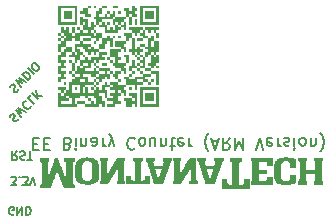
<source format=gbr>
%TF.GenerationSoftware,KiCad,Pcbnew,7.0.9*%
%TF.CreationDate,2024-08-09T11:55:52-06:00*%
%TF.ProjectId,SWAG_BAR_LED_ARM,53574147-5f42-4415-925f-4c45445f4152,rev?*%
%TF.SameCoordinates,Original*%
%TF.FileFunction,Legend,Bot*%
%TF.FilePolarity,Positive*%
%FSLAX46Y46*%
G04 Gerber Fmt 4.6, Leading zero omitted, Abs format (unit mm)*
G04 Created by KiCad (PCBNEW 7.0.9) date 2024-08-09 11:55:52*
%MOMM*%
%LPD*%
G01*
G04 APERTURE LIST*
%ADD10C,0.150000*%
G04 APERTURE END LIST*
D10*
X79883067Y-108402233D02*
X79816400Y-108435566D01*
X79816400Y-108435566D02*
X79716400Y-108435566D01*
X79716400Y-108435566D02*
X79616400Y-108402233D01*
X79616400Y-108402233D02*
X79549734Y-108335566D01*
X79549734Y-108335566D02*
X79516400Y-108268900D01*
X79516400Y-108268900D02*
X79483067Y-108135566D01*
X79483067Y-108135566D02*
X79483067Y-108035566D01*
X79483067Y-108035566D02*
X79516400Y-107902233D01*
X79516400Y-107902233D02*
X79549734Y-107835566D01*
X79549734Y-107835566D02*
X79616400Y-107768900D01*
X79616400Y-107768900D02*
X79716400Y-107735566D01*
X79716400Y-107735566D02*
X79783067Y-107735566D01*
X79783067Y-107735566D02*
X79883067Y-107768900D01*
X79883067Y-107768900D02*
X79916400Y-107802233D01*
X79916400Y-107802233D02*
X79916400Y-108035566D01*
X79916400Y-108035566D02*
X79783067Y-108035566D01*
X80216400Y-107735566D02*
X80216400Y-108435566D01*
X80216400Y-108435566D02*
X80616400Y-107735566D01*
X80616400Y-107735566D02*
X80616400Y-108435566D01*
X80949733Y-107735566D02*
X80949733Y-108435566D01*
X80949733Y-108435566D02*
X81116400Y-108435566D01*
X81116400Y-108435566D02*
X81216400Y-108402233D01*
X81216400Y-108402233D02*
X81283067Y-108335566D01*
X81283067Y-108335566D02*
X81316400Y-108268900D01*
X81316400Y-108268900D02*
X81349733Y-108135566D01*
X81349733Y-108135566D02*
X81349733Y-108035566D01*
X81349733Y-108035566D02*
X81316400Y-107902233D01*
X81316400Y-107902233D02*
X81283067Y-107835566D01*
X81283067Y-107835566D02*
X81216400Y-107768900D01*
X81216400Y-107768900D02*
X81116400Y-107735566D01*
X81116400Y-107735566D02*
X80949733Y-107735566D01*
X79637067Y-105895566D02*
X80070400Y-105895566D01*
X80070400Y-105895566D02*
X79837067Y-105628900D01*
X79837067Y-105628900D02*
X79937067Y-105628900D01*
X79937067Y-105628900D02*
X80003733Y-105595566D01*
X80003733Y-105595566D02*
X80037067Y-105562233D01*
X80037067Y-105562233D02*
X80070400Y-105495566D01*
X80070400Y-105495566D02*
X80070400Y-105328900D01*
X80070400Y-105328900D02*
X80037067Y-105262233D01*
X80037067Y-105262233D02*
X80003733Y-105228900D01*
X80003733Y-105228900D02*
X79937067Y-105195566D01*
X79937067Y-105195566D02*
X79737067Y-105195566D01*
X79737067Y-105195566D02*
X79670400Y-105228900D01*
X79670400Y-105228900D02*
X79637067Y-105262233D01*
X80370400Y-105262233D02*
X80403734Y-105228900D01*
X80403734Y-105228900D02*
X80370400Y-105195566D01*
X80370400Y-105195566D02*
X80337067Y-105228900D01*
X80337067Y-105228900D02*
X80370400Y-105262233D01*
X80370400Y-105262233D02*
X80370400Y-105195566D01*
X80637067Y-105895566D02*
X81070400Y-105895566D01*
X81070400Y-105895566D02*
X80837067Y-105628900D01*
X80837067Y-105628900D02*
X80937067Y-105628900D01*
X80937067Y-105628900D02*
X81003733Y-105595566D01*
X81003733Y-105595566D02*
X81037067Y-105562233D01*
X81037067Y-105562233D02*
X81070400Y-105495566D01*
X81070400Y-105495566D02*
X81070400Y-105328900D01*
X81070400Y-105328900D02*
X81037067Y-105262233D01*
X81037067Y-105262233D02*
X81003733Y-105228900D01*
X81003733Y-105228900D02*
X80937067Y-105195566D01*
X80937067Y-105195566D02*
X80737067Y-105195566D01*
X80737067Y-105195566D02*
X80670400Y-105228900D01*
X80670400Y-105228900D02*
X80637067Y-105262233D01*
X81270400Y-105895566D02*
X81503734Y-105195566D01*
X81503734Y-105195566D02*
X81737067Y-105895566D01*
X80185466Y-103061966D02*
X79952133Y-103395300D01*
X79785466Y-103061966D02*
X79785466Y-103761966D01*
X79785466Y-103761966D02*
X80052133Y-103761966D01*
X80052133Y-103761966D02*
X80118800Y-103728633D01*
X80118800Y-103728633D02*
X80152133Y-103695300D01*
X80152133Y-103695300D02*
X80185466Y-103628633D01*
X80185466Y-103628633D02*
X80185466Y-103528633D01*
X80185466Y-103528633D02*
X80152133Y-103461966D01*
X80152133Y-103461966D02*
X80118800Y-103428633D01*
X80118800Y-103428633D02*
X80052133Y-103395300D01*
X80052133Y-103395300D02*
X79785466Y-103395300D01*
X80452133Y-103095300D02*
X80552133Y-103061966D01*
X80552133Y-103061966D02*
X80718800Y-103061966D01*
X80718800Y-103061966D02*
X80785466Y-103095300D01*
X80785466Y-103095300D02*
X80818800Y-103128633D01*
X80818800Y-103128633D02*
X80852133Y-103195300D01*
X80852133Y-103195300D02*
X80852133Y-103261966D01*
X80852133Y-103261966D02*
X80818800Y-103328633D01*
X80818800Y-103328633D02*
X80785466Y-103361966D01*
X80785466Y-103361966D02*
X80718800Y-103395300D01*
X80718800Y-103395300D02*
X80585466Y-103428633D01*
X80585466Y-103428633D02*
X80518800Y-103461966D01*
X80518800Y-103461966D02*
X80485466Y-103495300D01*
X80485466Y-103495300D02*
X80452133Y-103561966D01*
X80452133Y-103561966D02*
X80452133Y-103628633D01*
X80452133Y-103628633D02*
X80485466Y-103695300D01*
X80485466Y-103695300D02*
X80518800Y-103728633D01*
X80518800Y-103728633D02*
X80585466Y-103761966D01*
X80585466Y-103761966D02*
X80752133Y-103761966D01*
X80752133Y-103761966D02*
X80852133Y-103728633D01*
X81052133Y-103761966D02*
X81452133Y-103761966D01*
X81252133Y-103061966D02*
X81252133Y-103761966D01*
X79554114Y-100132086D02*
X79601255Y-100037805D01*
X79601255Y-100037805D02*
X79719106Y-99919954D01*
X79719106Y-99919954D02*
X79789817Y-99896384D01*
X79789817Y-99896384D02*
X79836957Y-99896384D01*
X79836957Y-99896384D02*
X79907668Y-99919954D01*
X79907668Y-99919954D02*
X79954808Y-99967095D01*
X79954808Y-99967095D02*
X79978379Y-100037805D01*
X79978379Y-100037805D02*
X79978379Y-100084946D01*
X79978379Y-100084946D02*
X79954808Y-100155657D01*
X79954808Y-100155657D02*
X79884098Y-100273508D01*
X79884098Y-100273508D02*
X79860527Y-100344218D01*
X79860527Y-100344218D02*
X79860527Y-100391359D01*
X79860527Y-100391359D02*
X79884098Y-100462070D01*
X79884098Y-100462070D02*
X79931238Y-100509210D01*
X79931238Y-100509210D02*
X80001949Y-100532780D01*
X80001949Y-100532780D02*
X80049089Y-100532780D01*
X80049089Y-100532780D02*
X80119800Y-100509210D01*
X80119800Y-100509210D02*
X80237651Y-100391359D01*
X80237651Y-100391359D02*
X80284791Y-100297078D01*
X80473353Y-100155656D02*
X80096230Y-99542830D01*
X80096230Y-99542830D02*
X80544064Y-99802103D01*
X80544064Y-99802103D02*
X80284792Y-99354269D01*
X80284792Y-99354269D02*
X80897618Y-99731392D01*
X80921188Y-98812153D02*
X80874047Y-98812153D01*
X80874047Y-98812153D02*
X80779766Y-98859294D01*
X80779766Y-98859294D02*
X80732626Y-98906434D01*
X80732626Y-98906434D02*
X80685486Y-99000715D01*
X80685486Y-99000715D02*
X80685486Y-99094996D01*
X80685486Y-99094996D02*
X80709056Y-99165707D01*
X80709056Y-99165707D02*
X80779766Y-99283558D01*
X80779766Y-99283558D02*
X80850477Y-99354269D01*
X80850477Y-99354269D02*
X80968328Y-99424979D01*
X80968328Y-99424979D02*
X81039039Y-99448550D01*
X81039039Y-99448550D02*
X81133320Y-99448550D01*
X81133320Y-99448550D02*
X81227601Y-99401409D01*
X81227601Y-99401409D02*
X81274741Y-99354269D01*
X81274741Y-99354269D02*
X81321882Y-99259988D01*
X81321882Y-99259988D02*
X81321882Y-99212847D01*
X81321882Y-98317179D02*
X81086179Y-98552881D01*
X81086179Y-98552881D02*
X81581154Y-99047856D01*
X81486873Y-98152187D02*
X81981848Y-98647162D01*
X81769716Y-97869344D02*
X81840427Y-98364319D01*
X82264691Y-98364319D02*
X81699005Y-98364319D01*
X79574026Y-97622975D02*
X79621166Y-97528694D01*
X79621166Y-97528694D02*
X79739017Y-97410843D01*
X79739017Y-97410843D02*
X79809728Y-97387273D01*
X79809728Y-97387273D02*
X79856869Y-97387273D01*
X79856869Y-97387273D02*
X79927579Y-97410843D01*
X79927579Y-97410843D02*
X79974720Y-97457983D01*
X79974720Y-97457983D02*
X79998290Y-97528694D01*
X79998290Y-97528694D02*
X79998290Y-97575835D01*
X79998290Y-97575835D02*
X79974720Y-97646545D01*
X79974720Y-97646545D02*
X79904009Y-97764396D01*
X79904009Y-97764396D02*
X79880439Y-97835107D01*
X79880439Y-97835107D02*
X79880439Y-97882247D01*
X79880439Y-97882247D02*
X79904009Y-97952958D01*
X79904009Y-97952958D02*
X79951149Y-98000099D01*
X79951149Y-98000099D02*
X80021860Y-98023669D01*
X80021860Y-98023669D02*
X80069001Y-98023669D01*
X80069001Y-98023669D02*
X80139711Y-98000099D01*
X80139711Y-98000099D02*
X80257562Y-97882247D01*
X80257562Y-97882247D02*
X80304703Y-97787967D01*
X80493265Y-97646545D02*
X80116141Y-97033719D01*
X80116141Y-97033719D02*
X80563976Y-97292992D01*
X80563976Y-97292992D02*
X80304703Y-96845157D01*
X80304703Y-96845157D02*
X80917529Y-97222281D01*
X80611116Y-96538744D02*
X81106091Y-97033719D01*
X81106091Y-97033719D02*
X81223942Y-96915868D01*
X81223942Y-96915868D02*
X81271082Y-96821587D01*
X81271082Y-96821587D02*
X81271082Y-96727306D01*
X81271082Y-96727306D02*
X81247512Y-96656595D01*
X81247512Y-96656595D02*
X81176801Y-96538744D01*
X81176801Y-96538744D02*
X81106091Y-96468034D01*
X81106091Y-96468034D02*
X80988240Y-96397323D01*
X80988240Y-96397323D02*
X80917529Y-96373753D01*
X80917529Y-96373753D02*
X80823248Y-96373753D01*
X80823248Y-96373753D02*
X80728967Y-96420893D01*
X80728967Y-96420893D02*
X80611116Y-96538744D01*
X81106091Y-96043770D02*
X81601066Y-96538744D01*
X81931048Y-96208761D02*
X82025329Y-96114481D01*
X82025329Y-96114481D02*
X82048900Y-96043770D01*
X82048900Y-96043770D02*
X82048900Y-95949489D01*
X82048900Y-95949489D02*
X81978189Y-95831638D01*
X81978189Y-95831638D02*
X81813197Y-95666646D01*
X81813197Y-95666646D02*
X81695346Y-95595936D01*
X81695346Y-95595936D02*
X81601065Y-95595936D01*
X81601065Y-95595936D02*
X81530355Y-95619506D01*
X81530355Y-95619506D02*
X81436074Y-95713787D01*
X81436074Y-95713787D02*
X81412503Y-95784497D01*
X81412503Y-95784497D02*
X81412503Y-95878778D01*
X81412503Y-95878778D02*
X81483214Y-95996629D01*
X81483214Y-95996629D02*
X81648206Y-96161621D01*
X81648206Y-96161621D02*
X81766057Y-96232332D01*
X81766057Y-96232332D02*
X81860338Y-96232332D01*
X81860338Y-96232332D02*
X81931048Y-96208761D01*
X81567284Y-102430990D02*
X81900617Y-102430990D01*
X82043474Y-101907180D02*
X81567284Y-101907180D01*
X81567284Y-101907180D02*
X81567284Y-102907180D01*
X81567284Y-102907180D02*
X82043474Y-102907180D01*
X82472046Y-102430990D02*
X82805379Y-102430990D01*
X82948236Y-101907180D02*
X82472046Y-101907180D01*
X82472046Y-101907180D02*
X82472046Y-102907180D01*
X82472046Y-102907180D02*
X82948236Y-102907180D01*
X84472046Y-102430990D02*
X84614903Y-102383371D01*
X84614903Y-102383371D02*
X84662522Y-102335752D01*
X84662522Y-102335752D02*
X84710141Y-102240514D01*
X84710141Y-102240514D02*
X84710141Y-102097657D01*
X84710141Y-102097657D02*
X84662522Y-102002419D01*
X84662522Y-102002419D02*
X84614903Y-101954800D01*
X84614903Y-101954800D02*
X84519665Y-101907180D01*
X84519665Y-101907180D02*
X84138713Y-101907180D01*
X84138713Y-101907180D02*
X84138713Y-102907180D01*
X84138713Y-102907180D02*
X84472046Y-102907180D01*
X84472046Y-102907180D02*
X84567284Y-102859561D01*
X84567284Y-102859561D02*
X84614903Y-102811942D01*
X84614903Y-102811942D02*
X84662522Y-102716704D01*
X84662522Y-102716704D02*
X84662522Y-102621466D01*
X84662522Y-102621466D02*
X84614903Y-102526228D01*
X84614903Y-102526228D02*
X84567284Y-102478609D01*
X84567284Y-102478609D02*
X84472046Y-102430990D01*
X84472046Y-102430990D02*
X84138713Y-102430990D01*
X85138713Y-101907180D02*
X85138713Y-102573847D01*
X85138713Y-102907180D02*
X85091094Y-102859561D01*
X85091094Y-102859561D02*
X85138713Y-102811942D01*
X85138713Y-102811942D02*
X85186332Y-102859561D01*
X85186332Y-102859561D02*
X85138713Y-102907180D01*
X85138713Y-102907180D02*
X85138713Y-102811942D01*
X85614903Y-102573847D02*
X85614903Y-101907180D01*
X85614903Y-102478609D02*
X85662522Y-102526228D01*
X85662522Y-102526228D02*
X85757760Y-102573847D01*
X85757760Y-102573847D02*
X85900617Y-102573847D01*
X85900617Y-102573847D02*
X85995855Y-102526228D01*
X85995855Y-102526228D02*
X86043474Y-102430990D01*
X86043474Y-102430990D02*
X86043474Y-101907180D01*
X86948236Y-101907180D02*
X86948236Y-102430990D01*
X86948236Y-102430990D02*
X86900617Y-102526228D01*
X86900617Y-102526228D02*
X86805379Y-102573847D01*
X86805379Y-102573847D02*
X86614903Y-102573847D01*
X86614903Y-102573847D02*
X86519665Y-102526228D01*
X86948236Y-101954800D02*
X86852998Y-101907180D01*
X86852998Y-101907180D02*
X86614903Y-101907180D01*
X86614903Y-101907180D02*
X86519665Y-101954800D01*
X86519665Y-101954800D02*
X86472046Y-102050038D01*
X86472046Y-102050038D02*
X86472046Y-102145276D01*
X86472046Y-102145276D02*
X86519665Y-102240514D01*
X86519665Y-102240514D02*
X86614903Y-102288133D01*
X86614903Y-102288133D02*
X86852998Y-102288133D01*
X86852998Y-102288133D02*
X86948236Y-102335752D01*
X87424427Y-101907180D02*
X87424427Y-102573847D01*
X87424427Y-102383371D02*
X87472046Y-102478609D01*
X87472046Y-102478609D02*
X87519665Y-102526228D01*
X87519665Y-102526228D02*
X87614903Y-102573847D01*
X87614903Y-102573847D02*
X87710141Y-102573847D01*
X87948237Y-102573847D02*
X88186332Y-101907180D01*
X88424427Y-102573847D02*
X88186332Y-101907180D01*
X88186332Y-101907180D02*
X88091094Y-101669085D01*
X88091094Y-101669085D02*
X88043475Y-101621466D01*
X88043475Y-101621466D02*
X87948237Y-101573847D01*
X90138713Y-102002419D02*
X90091094Y-101954800D01*
X90091094Y-101954800D02*
X89948237Y-101907180D01*
X89948237Y-101907180D02*
X89852999Y-101907180D01*
X89852999Y-101907180D02*
X89710142Y-101954800D01*
X89710142Y-101954800D02*
X89614904Y-102050038D01*
X89614904Y-102050038D02*
X89567285Y-102145276D01*
X89567285Y-102145276D02*
X89519666Y-102335752D01*
X89519666Y-102335752D02*
X89519666Y-102478609D01*
X89519666Y-102478609D02*
X89567285Y-102669085D01*
X89567285Y-102669085D02*
X89614904Y-102764323D01*
X89614904Y-102764323D02*
X89710142Y-102859561D01*
X89710142Y-102859561D02*
X89852999Y-102907180D01*
X89852999Y-102907180D02*
X89948237Y-102907180D01*
X89948237Y-102907180D02*
X90091094Y-102859561D01*
X90091094Y-102859561D02*
X90138713Y-102811942D01*
X90710142Y-101907180D02*
X90614904Y-101954800D01*
X90614904Y-101954800D02*
X90567285Y-102002419D01*
X90567285Y-102002419D02*
X90519666Y-102097657D01*
X90519666Y-102097657D02*
X90519666Y-102383371D01*
X90519666Y-102383371D02*
X90567285Y-102478609D01*
X90567285Y-102478609D02*
X90614904Y-102526228D01*
X90614904Y-102526228D02*
X90710142Y-102573847D01*
X90710142Y-102573847D02*
X90852999Y-102573847D01*
X90852999Y-102573847D02*
X90948237Y-102526228D01*
X90948237Y-102526228D02*
X90995856Y-102478609D01*
X90995856Y-102478609D02*
X91043475Y-102383371D01*
X91043475Y-102383371D02*
X91043475Y-102097657D01*
X91043475Y-102097657D02*
X90995856Y-102002419D01*
X90995856Y-102002419D02*
X90948237Y-101954800D01*
X90948237Y-101954800D02*
X90852999Y-101907180D01*
X90852999Y-101907180D02*
X90710142Y-101907180D01*
X91900618Y-102573847D02*
X91900618Y-101907180D01*
X91472047Y-102573847D02*
X91472047Y-102050038D01*
X91472047Y-102050038D02*
X91519666Y-101954800D01*
X91519666Y-101954800D02*
X91614904Y-101907180D01*
X91614904Y-101907180D02*
X91757761Y-101907180D01*
X91757761Y-101907180D02*
X91852999Y-101954800D01*
X91852999Y-101954800D02*
X91900618Y-102002419D01*
X92376809Y-102573847D02*
X92376809Y-101907180D01*
X92376809Y-102478609D02*
X92424428Y-102526228D01*
X92424428Y-102526228D02*
X92519666Y-102573847D01*
X92519666Y-102573847D02*
X92662523Y-102573847D01*
X92662523Y-102573847D02*
X92757761Y-102526228D01*
X92757761Y-102526228D02*
X92805380Y-102430990D01*
X92805380Y-102430990D02*
X92805380Y-101907180D01*
X93138714Y-102573847D02*
X93519666Y-102573847D01*
X93281571Y-102907180D02*
X93281571Y-102050038D01*
X93281571Y-102050038D02*
X93329190Y-101954800D01*
X93329190Y-101954800D02*
X93424428Y-101907180D01*
X93424428Y-101907180D02*
X93519666Y-101907180D01*
X94233952Y-101954800D02*
X94138714Y-101907180D01*
X94138714Y-101907180D02*
X93948238Y-101907180D01*
X93948238Y-101907180D02*
X93853000Y-101954800D01*
X93853000Y-101954800D02*
X93805381Y-102050038D01*
X93805381Y-102050038D02*
X93805381Y-102430990D01*
X93805381Y-102430990D02*
X93853000Y-102526228D01*
X93853000Y-102526228D02*
X93948238Y-102573847D01*
X93948238Y-102573847D02*
X94138714Y-102573847D01*
X94138714Y-102573847D02*
X94233952Y-102526228D01*
X94233952Y-102526228D02*
X94281571Y-102430990D01*
X94281571Y-102430990D02*
X94281571Y-102335752D01*
X94281571Y-102335752D02*
X93805381Y-102240514D01*
X94710143Y-101907180D02*
X94710143Y-102573847D01*
X94710143Y-102383371D02*
X94757762Y-102478609D01*
X94757762Y-102478609D02*
X94805381Y-102526228D01*
X94805381Y-102526228D02*
X94900619Y-102573847D01*
X94900619Y-102573847D02*
X94995857Y-102573847D01*
X96376810Y-101526228D02*
X96329191Y-101573847D01*
X96329191Y-101573847D02*
X96233953Y-101716704D01*
X96233953Y-101716704D02*
X96186334Y-101811942D01*
X96186334Y-101811942D02*
X96138715Y-101954800D01*
X96138715Y-101954800D02*
X96091096Y-102192895D01*
X96091096Y-102192895D02*
X96091096Y-102383371D01*
X96091096Y-102383371D02*
X96138715Y-102621466D01*
X96138715Y-102621466D02*
X96186334Y-102764323D01*
X96186334Y-102764323D02*
X96233953Y-102859561D01*
X96233953Y-102859561D02*
X96329191Y-103002419D01*
X96329191Y-103002419D02*
X96376810Y-103050038D01*
X96710144Y-102192895D02*
X97186334Y-102192895D01*
X96614906Y-101907180D02*
X96948239Y-102907180D01*
X96948239Y-102907180D02*
X97281572Y-101907180D01*
X98186334Y-101907180D02*
X97853001Y-102383371D01*
X97614906Y-101907180D02*
X97614906Y-102907180D01*
X97614906Y-102907180D02*
X97995858Y-102907180D01*
X97995858Y-102907180D02*
X98091096Y-102859561D01*
X98091096Y-102859561D02*
X98138715Y-102811942D01*
X98138715Y-102811942D02*
X98186334Y-102716704D01*
X98186334Y-102716704D02*
X98186334Y-102573847D01*
X98186334Y-102573847D02*
X98138715Y-102478609D01*
X98138715Y-102478609D02*
X98091096Y-102430990D01*
X98091096Y-102430990D02*
X97995858Y-102383371D01*
X97995858Y-102383371D02*
X97614906Y-102383371D01*
X98614906Y-101907180D02*
X98614906Y-102907180D01*
X98614906Y-102907180D02*
X98948239Y-102192895D01*
X98948239Y-102192895D02*
X99281572Y-102907180D01*
X99281572Y-102907180D02*
X99281572Y-101907180D01*
X100376811Y-102907180D02*
X100710144Y-101907180D01*
X100710144Y-101907180D02*
X101043477Y-102907180D01*
X101757763Y-101954800D02*
X101662525Y-101907180D01*
X101662525Y-101907180D02*
X101472049Y-101907180D01*
X101472049Y-101907180D02*
X101376811Y-101954800D01*
X101376811Y-101954800D02*
X101329192Y-102050038D01*
X101329192Y-102050038D02*
X101329192Y-102430990D01*
X101329192Y-102430990D02*
X101376811Y-102526228D01*
X101376811Y-102526228D02*
X101472049Y-102573847D01*
X101472049Y-102573847D02*
X101662525Y-102573847D01*
X101662525Y-102573847D02*
X101757763Y-102526228D01*
X101757763Y-102526228D02*
X101805382Y-102430990D01*
X101805382Y-102430990D02*
X101805382Y-102335752D01*
X101805382Y-102335752D02*
X101329192Y-102240514D01*
X102233954Y-101907180D02*
X102233954Y-102573847D01*
X102233954Y-102383371D02*
X102281573Y-102478609D01*
X102281573Y-102478609D02*
X102329192Y-102526228D01*
X102329192Y-102526228D02*
X102424430Y-102573847D01*
X102424430Y-102573847D02*
X102519668Y-102573847D01*
X102805383Y-101954800D02*
X102900621Y-101907180D01*
X102900621Y-101907180D02*
X103091097Y-101907180D01*
X103091097Y-101907180D02*
X103186335Y-101954800D01*
X103186335Y-101954800D02*
X103233954Y-102050038D01*
X103233954Y-102050038D02*
X103233954Y-102097657D01*
X103233954Y-102097657D02*
X103186335Y-102192895D01*
X103186335Y-102192895D02*
X103091097Y-102240514D01*
X103091097Y-102240514D02*
X102948240Y-102240514D01*
X102948240Y-102240514D02*
X102853002Y-102288133D01*
X102853002Y-102288133D02*
X102805383Y-102383371D01*
X102805383Y-102383371D02*
X102805383Y-102430990D01*
X102805383Y-102430990D02*
X102853002Y-102526228D01*
X102853002Y-102526228D02*
X102948240Y-102573847D01*
X102948240Y-102573847D02*
X103091097Y-102573847D01*
X103091097Y-102573847D02*
X103186335Y-102526228D01*
X103662526Y-101907180D02*
X103662526Y-102573847D01*
X103662526Y-102907180D02*
X103614907Y-102859561D01*
X103614907Y-102859561D02*
X103662526Y-102811942D01*
X103662526Y-102811942D02*
X103710145Y-102859561D01*
X103710145Y-102859561D02*
X103662526Y-102907180D01*
X103662526Y-102907180D02*
X103662526Y-102811942D01*
X104281573Y-101907180D02*
X104186335Y-101954800D01*
X104186335Y-101954800D02*
X104138716Y-102002419D01*
X104138716Y-102002419D02*
X104091097Y-102097657D01*
X104091097Y-102097657D02*
X104091097Y-102383371D01*
X104091097Y-102383371D02*
X104138716Y-102478609D01*
X104138716Y-102478609D02*
X104186335Y-102526228D01*
X104186335Y-102526228D02*
X104281573Y-102573847D01*
X104281573Y-102573847D02*
X104424430Y-102573847D01*
X104424430Y-102573847D02*
X104519668Y-102526228D01*
X104519668Y-102526228D02*
X104567287Y-102478609D01*
X104567287Y-102478609D02*
X104614906Y-102383371D01*
X104614906Y-102383371D02*
X104614906Y-102097657D01*
X104614906Y-102097657D02*
X104567287Y-102002419D01*
X104567287Y-102002419D02*
X104519668Y-101954800D01*
X104519668Y-101954800D02*
X104424430Y-101907180D01*
X104424430Y-101907180D02*
X104281573Y-101907180D01*
X105043478Y-102573847D02*
X105043478Y-101907180D01*
X105043478Y-102478609D02*
X105091097Y-102526228D01*
X105091097Y-102526228D02*
X105186335Y-102573847D01*
X105186335Y-102573847D02*
X105329192Y-102573847D01*
X105329192Y-102573847D02*
X105424430Y-102526228D01*
X105424430Y-102526228D02*
X105472049Y-102430990D01*
X105472049Y-102430990D02*
X105472049Y-101907180D01*
X105853002Y-101526228D02*
X105900621Y-101573847D01*
X105900621Y-101573847D02*
X105995859Y-101716704D01*
X105995859Y-101716704D02*
X106043478Y-101811942D01*
X106043478Y-101811942D02*
X106091097Y-101954800D01*
X106091097Y-101954800D02*
X106138716Y-102192895D01*
X106138716Y-102192895D02*
X106138716Y-102383371D01*
X106138716Y-102383371D02*
X106091097Y-102621466D01*
X106091097Y-102621466D02*
X106043478Y-102764323D01*
X106043478Y-102764323D02*
X105995859Y-102859561D01*
X105995859Y-102859561D02*
X105900621Y-103002419D01*
X105900621Y-103002419D02*
X105853002Y-103050038D01*
%TO.C,*%
G36*
X92205125Y-96034728D02*
G01*
X91974297Y-96034728D01*
X91974297Y-95803899D01*
X92205125Y-95803899D01*
X92205125Y-96034728D01*
G37*
G36*
X92205125Y-93495615D02*
G01*
X91974297Y-93495615D01*
X91974297Y-93033959D01*
X92205125Y-93033959D01*
X92205125Y-93495615D01*
G37*
G36*
X91743468Y-97188870D02*
G01*
X91512640Y-97188870D01*
X91512640Y-96958041D01*
X91743468Y-96958041D01*
X91743468Y-97188870D01*
G37*
G36*
X91512640Y-97419698D02*
G01*
X91281812Y-97419698D01*
X91281812Y-97188870D01*
X91512640Y-97188870D01*
X91512640Y-97419698D01*
G37*
G36*
X91743468Y-98804668D02*
G01*
X91050983Y-98804668D01*
X91050983Y-98112183D01*
X91743468Y-98112183D01*
X91743468Y-98804668D01*
G37*
G36*
X91512640Y-96265556D02*
G01*
X91050983Y-96265556D01*
X91050983Y-96034728D01*
X91512640Y-96034728D01*
X91512640Y-96265556D01*
G37*
G36*
X91743468Y-91879817D02*
G01*
X91050983Y-91879817D01*
X91050983Y-91187332D01*
X91743468Y-91187332D01*
X91743468Y-91879817D01*
G37*
G36*
X90820155Y-96496384D02*
G01*
X90589326Y-96496384D01*
X90589326Y-96265556D01*
X90820155Y-96265556D01*
X90820155Y-96496384D01*
G37*
G36*
X91050983Y-94188101D02*
G01*
X90589326Y-94188101D01*
X90589326Y-93957272D01*
X91050983Y-93957272D01*
X91050983Y-94188101D01*
G37*
G36*
X90820155Y-93726444D02*
G01*
X90358498Y-93726444D01*
X90358498Y-93495615D01*
X90820155Y-93495615D01*
X90820155Y-93726444D01*
G37*
G36*
X90358498Y-92341474D02*
G01*
X90127670Y-92341474D01*
X90127670Y-91879817D01*
X90358498Y-91879817D01*
X90358498Y-92341474D01*
G37*
G36*
X90127670Y-96496384D02*
G01*
X89896841Y-96496384D01*
X89896841Y-96265556D01*
X90127670Y-96265556D01*
X90127670Y-96496384D01*
G37*
G36*
X89896841Y-97881355D02*
G01*
X89666013Y-97881355D01*
X89666013Y-97650526D01*
X89896841Y-97650526D01*
X89896841Y-97881355D01*
G37*
G36*
X89896841Y-96727213D02*
G01*
X89666013Y-96727213D01*
X89666013Y-96496384D01*
X89896841Y-96496384D01*
X89896841Y-96727213D01*
G37*
G36*
X88973528Y-97188870D02*
G01*
X88742699Y-97188870D01*
X88742699Y-96958041D01*
X88973528Y-96958041D01*
X88973528Y-97188870D01*
G37*
G36*
X88973528Y-93495615D02*
G01*
X88742699Y-93495615D01*
X88742699Y-93264787D01*
X88973528Y-93264787D01*
X88973528Y-93495615D01*
G37*
G36*
X88973528Y-91418160D02*
G01*
X88742699Y-91418160D01*
X88742699Y-91187332D01*
X88973528Y-91187332D01*
X88973528Y-91418160D01*
G37*
G36*
X88511871Y-93495615D02*
G01*
X88281043Y-93495615D01*
X88281043Y-93264787D01*
X88511871Y-93264787D01*
X88511871Y-93495615D01*
G37*
G36*
X88742699Y-90956503D02*
G01*
X88281043Y-90956503D01*
X88281043Y-90725675D01*
X88742699Y-90725675D01*
X88742699Y-90956503D01*
G37*
G36*
X88050214Y-92341474D02*
G01*
X87819386Y-92341474D01*
X87819386Y-92110645D01*
X88050214Y-92110645D01*
X88050214Y-92341474D01*
G37*
G36*
X87819386Y-95803899D02*
G01*
X87357729Y-95803899D01*
X87357729Y-95573071D01*
X87819386Y-95573071D01*
X87819386Y-95803899D01*
G37*
G36*
X87819386Y-90956503D02*
G01*
X87357729Y-90956503D01*
X87357729Y-90725675D01*
X87819386Y-90725675D01*
X87819386Y-90956503D01*
G37*
G36*
X87126901Y-97419698D02*
G01*
X86896072Y-97419698D01*
X86896072Y-97188870D01*
X87126901Y-97188870D01*
X87126901Y-97419698D01*
G37*
G36*
X86896072Y-97650526D02*
G01*
X86665244Y-97650526D01*
X86665244Y-97419698D01*
X86896072Y-97419698D01*
X86896072Y-97650526D01*
G37*
G36*
X86896072Y-97188870D02*
G01*
X86665244Y-97188870D01*
X86665244Y-96958041D01*
X86896072Y-96958041D01*
X86896072Y-97188870D01*
G37*
G36*
X86896072Y-93957272D02*
G01*
X86665244Y-93957272D01*
X86665244Y-93726444D01*
X86896072Y-93726444D01*
X86896072Y-93957272D01*
G37*
G36*
X86896072Y-90956503D02*
G01*
X86665244Y-90956503D01*
X86665244Y-90725675D01*
X86896072Y-90725675D01*
X86896072Y-90956503D01*
G37*
G36*
X86665244Y-97881355D02*
G01*
X86434416Y-97881355D01*
X86434416Y-97650526D01*
X86665244Y-97650526D01*
X86665244Y-97881355D01*
G37*
G36*
X86434416Y-98804668D02*
G01*
X86203587Y-98804668D01*
X86203587Y-98573840D01*
X86434416Y-98573840D01*
X86434416Y-98804668D01*
G37*
G36*
X86434416Y-90956503D02*
G01*
X86203587Y-90956503D01*
X86203587Y-90725675D01*
X86434416Y-90725675D01*
X86434416Y-90956503D01*
G37*
G36*
X85972759Y-95111414D02*
G01*
X85741930Y-95111414D01*
X85741930Y-94880586D01*
X85972759Y-94880586D01*
X85972759Y-95111414D01*
G37*
G36*
X86434416Y-93726444D02*
G01*
X85741930Y-93726444D01*
X85741930Y-93495615D01*
X86434416Y-93495615D01*
X86434416Y-93726444D01*
G37*
G36*
X85511102Y-92803130D02*
G01*
X85280274Y-92803130D01*
X85280274Y-92572302D01*
X85511102Y-92572302D01*
X85511102Y-92803130D01*
G37*
G36*
X85280274Y-97881355D02*
G01*
X85049445Y-97881355D01*
X85049445Y-97650526D01*
X85280274Y-97650526D01*
X85280274Y-97881355D01*
G37*
G36*
X85049445Y-96727213D02*
G01*
X84818617Y-96727213D01*
X84818617Y-96496384D01*
X85049445Y-96496384D01*
X85049445Y-96727213D01*
G37*
G36*
X84818617Y-96496384D02*
G01*
X84587789Y-96496384D01*
X84587789Y-96265556D01*
X84818617Y-96265556D01*
X84818617Y-96496384D01*
G37*
G36*
X84818617Y-95573071D02*
G01*
X84587789Y-95573071D01*
X84587789Y-95342243D01*
X84818617Y-95342243D01*
X84818617Y-95573071D01*
G37*
G36*
X84356960Y-97419698D02*
G01*
X84126132Y-97419698D01*
X84126132Y-97188870D01*
X84356960Y-97188870D01*
X84356960Y-97419698D01*
G37*
G36*
X84818617Y-91879817D02*
G01*
X84126132Y-91879817D01*
X84126132Y-91187332D01*
X84818617Y-91187332D01*
X84818617Y-91879817D01*
G37*
G36*
X84126132Y-93495615D02*
G01*
X83895303Y-93495615D01*
X83895303Y-93264787D01*
X84126132Y-93264787D01*
X84126132Y-93495615D01*
G37*
G36*
X83895303Y-93726444D02*
G01*
X83664475Y-93726444D01*
X83664475Y-93495615D01*
X83895303Y-93495615D01*
X83895303Y-93726444D01*
G37*
G36*
X83895303Y-93264787D02*
G01*
X83664475Y-93264787D01*
X83664475Y-93033959D01*
X83895303Y-93033959D01*
X83895303Y-93264787D01*
G37*
G36*
X92205125Y-97419698D02*
G01*
X91974297Y-97419698D01*
X91974297Y-96496384D01*
X91512640Y-96496384D01*
X91512640Y-96265556D01*
X92205125Y-96265556D01*
X92205125Y-97419698D01*
G37*
G36*
X89666013Y-95573071D02*
G01*
X89435185Y-95573071D01*
X89435185Y-95111414D01*
X89204356Y-95111414D01*
X89204356Y-94880586D01*
X89666013Y-94880586D01*
X89666013Y-95573071D01*
G37*
G36*
X89896841Y-93495615D02*
G01*
X89666013Y-93495615D01*
X89666013Y-93726444D01*
X89435185Y-93726444D01*
X89435185Y-93264787D01*
X89204356Y-93264787D01*
X89204356Y-93033959D01*
X89896841Y-93033959D01*
X89896841Y-93495615D01*
G37*
G36*
X88973528Y-96496384D02*
G01*
X88742699Y-96496384D01*
X88742699Y-96958041D01*
X88511871Y-96958041D01*
X88511871Y-96727213D01*
X88281043Y-96727213D01*
X88281043Y-96496384D01*
X88511871Y-96496384D01*
X88511871Y-96265556D01*
X88973528Y-96265556D01*
X88973528Y-96496384D01*
G37*
G36*
X86203587Y-91418160D02*
G01*
X86434416Y-91418160D01*
X86434416Y-91648988D01*
X85972759Y-91648988D01*
X85972759Y-91418160D01*
X85511102Y-91418160D01*
X85511102Y-91187332D01*
X85741930Y-91187332D01*
X85741930Y-90956503D01*
X86203587Y-90956503D01*
X86203587Y-91418160D01*
G37*
G36*
X92205125Y-99266325D02*
G01*
X90589326Y-99266325D01*
X90589326Y-99035497D01*
X90820155Y-99035497D01*
X91974297Y-99035497D01*
X91974297Y-97881355D01*
X90820155Y-97881355D01*
X90820155Y-99035497D01*
X90589326Y-99035497D01*
X90589326Y-97650526D01*
X92205125Y-97650526D01*
X92205125Y-99035497D01*
X92205125Y-99266325D01*
G37*
G36*
X92205125Y-92341474D02*
G01*
X90589326Y-92341474D01*
X90589326Y-92110645D01*
X90820155Y-92110645D01*
X91974297Y-92110645D01*
X91974297Y-90956503D01*
X90820155Y-90956503D01*
X90820155Y-92110645D01*
X90589326Y-92110645D01*
X90589326Y-90725675D01*
X92205125Y-90725675D01*
X92205125Y-92110645D01*
X92205125Y-92341474D01*
G37*
G36*
X85280274Y-92341474D02*
G01*
X83664475Y-92341474D01*
X83664475Y-92110645D01*
X83895303Y-92110645D01*
X85049445Y-92110645D01*
X85049445Y-90956503D01*
X83895303Y-90956503D01*
X83895303Y-92110645D01*
X83664475Y-92110645D01*
X83664475Y-90725675D01*
X85280274Y-90725675D01*
X85280274Y-92110645D01*
X85280274Y-92341474D01*
G37*
G36*
X92205125Y-92803130D02*
G01*
X91974297Y-92803130D01*
X91974297Y-93033959D01*
X91743468Y-93033959D01*
X91743468Y-92803130D01*
X91512640Y-92803130D01*
X91512640Y-93033959D01*
X91281812Y-93033959D01*
X91281812Y-92803130D01*
X91050983Y-92803130D01*
X91050983Y-92572302D01*
X92205125Y-92572302D01*
X92205125Y-92803130D01*
G37*
G36*
X89435185Y-93957272D02*
G01*
X89204356Y-93957272D01*
X89204356Y-94188101D01*
X89435185Y-94188101D01*
X89435185Y-94649757D01*
X89204356Y-94649757D01*
X89204356Y-94418929D01*
X88973528Y-94418929D01*
X88973528Y-94188101D01*
X88511871Y-94188101D01*
X88511871Y-93726444D01*
X89435185Y-93726444D01*
X89435185Y-93957272D01*
G37*
G36*
X90358498Y-99266325D02*
G01*
X90127670Y-99266325D01*
X90127670Y-99035497D01*
X89896841Y-99035497D01*
X89896841Y-99266325D01*
X89435185Y-99266325D01*
X89435185Y-98804668D01*
X89896841Y-98804668D01*
X90127670Y-98804668D01*
X90127670Y-98573840D01*
X89896841Y-98573840D01*
X89896841Y-98804668D01*
X89435185Y-98804668D01*
X89204356Y-98804668D01*
X89204356Y-98573840D01*
X89896841Y-98573840D01*
X89896841Y-98343011D01*
X89666013Y-98343011D01*
X89666013Y-98112183D01*
X90358498Y-98112183D01*
X90358498Y-98804668D01*
X90358498Y-99266325D01*
G37*
G36*
X89896841Y-91648988D02*
G01*
X89896841Y-92341474D01*
X89666013Y-92341474D01*
X89666013Y-91648988D01*
X89896841Y-91648988D01*
G37*
G36*
X90127670Y-90956503D02*
G01*
X90358498Y-90956503D01*
X90358498Y-91187332D01*
X90127670Y-91187332D01*
X90127670Y-91418160D01*
X90358498Y-91418160D01*
X90358498Y-91648988D01*
X89896841Y-91648988D01*
X89896841Y-91418160D01*
X89666013Y-91418160D01*
X89666013Y-91648988D01*
X89435185Y-91648988D01*
X89435185Y-91187332D01*
X89204356Y-91187332D01*
X89204356Y-90956503D01*
X89666013Y-90956503D01*
X89666013Y-91187332D01*
X89896841Y-91187332D01*
X89896841Y-90725675D01*
X90127670Y-90725675D01*
X90127670Y-90956503D01*
G37*
G36*
X90820155Y-93033959D02*
G01*
X90820155Y-92803130D01*
X91050983Y-92803130D01*
X91050983Y-93033959D01*
X91050983Y-93264787D01*
X91281812Y-93264787D01*
X91281812Y-93495615D01*
X90820155Y-93495615D01*
X90820155Y-93264787D01*
X90589326Y-93264787D01*
X90589326Y-93033959D01*
X90820155Y-93033959D01*
G37*
G36*
X90820155Y-92803130D02*
G01*
X90589326Y-92803130D01*
X90589326Y-93033959D01*
X90358498Y-93033959D01*
X90358498Y-93264787D01*
X90127670Y-93264787D01*
X90127670Y-93033959D01*
X89896841Y-93033959D01*
X89896841Y-92803130D01*
X89666013Y-92803130D01*
X89666013Y-92572302D01*
X90820155Y-92572302D01*
X90820155Y-92803130D01*
G37*
G36*
X91512640Y-96727213D02*
G01*
X91050983Y-96727213D01*
X91050983Y-96958041D01*
X91281812Y-96958041D01*
X91281812Y-97188870D01*
X90820155Y-97188870D01*
X90820155Y-96958041D01*
X90358498Y-96958041D01*
X90358498Y-97188870D01*
X90820155Y-97188870D01*
X90820155Y-97419698D01*
X90358498Y-97419698D01*
X90358498Y-97881355D01*
X90127670Y-97881355D01*
X90127670Y-97419698D01*
X89435185Y-97419698D01*
X89435185Y-96958041D01*
X89204356Y-96958041D01*
X89204356Y-96727213D01*
X89666013Y-96727213D01*
X89666013Y-96958041D01*
X90127670Y-96958041D01*
X90127670Y-96727213D01*
X90820155Y-96727213D01*
X90820155Y-96496384D01*
X91512640Y-96496384D01*
X91512640Y-96727213D01*
G37*
G36*
X88511871Y-95573071D02*
G01*
X88511871Y-95111414D01*
X88050214Y-95111414D01*
X88050214Y-95342243D01*
X87819386Y-95342243D01*
X87819386Y-95111414D01*
X88050214Y-95111414D01*
X88050214Y-94418929D01*
X88973528Y-94418929D01*
X88973528Y-94649757D01*
X88742699Y-94649757D01*
X88742699Y-95111414D01*
X88973528Y-95111414D01*
X88973528Y-95342243D01*
X88742699Y-95342243D01*
X88742699Y-95573071D01*
X89435185Y-95573071D01*
X89435185Y-95803899D01*
X89204356Y-95803899D01*
X89204356Y-96034728D01*
X89435185Y-96034728D01*
X89435185Y-96496384D01*
X89204356Y-96496384D01*
X89204356Y-96265556D01*
X88973528Y-96265556D01*
X88973528Y-96034728D01*
X88511871Y-96034728D01*
X88511871Y-95803899D01*
X88281043Y-95803899D01*
X88281043Y-95573071D01*
X88511871Y-95573071D01*
G37*
G36*
X88281043Y-95342243D02*
G01*
X88281043Y-95573071D01*
X88050214Y-95573071D01*
X88050214Y-95342243D01*
X88281043Y-95342243D01*
G37*
G36*
X91743468Y-93726444D02*
G01*
X91512640Y-93726444D01*
X91512640Y-94188101D01*
X91743468Y-94188101D01*
X91743468Y-93726444D01*
X92205125Y-93726444D01*
X92205125Y-94188101D01*
X92205125Y-94649757D01*
X91974297Y-94649757D01*
X91974297Y-94880586D01*
X91743468Y-94880586D01*
X91743468Y-95111414D01*
X91974297Y-95111414D01*
X91974297Y-94880586D01*
X92205125Y-94880586D01*
X92205125Y-95111414D01*
X92205125Y-95573071D01*
X91974297Y-95573071D01*
X91974297Y-95803899D01*
X91743468Y-95803899D01*
X91743468Y-96034728D01*
X91512640Y-96034728D01*
X91512640Y-95803899D01*
X91281812Y-95803899D01*
X91281812Y-95573071D01*
X91512640Y-95573071D01*
X91512640Y-94880586D01*
X91743468Y-94880586D01*
X91743468Y-94649757D01*
X91512640Y-94649757D01*
X91512640Y-94880586D01*
X91281812Y-94880586D01*
X91281812Y-95111414D01*
X91050983Y-95111414D01*
X91050983Y-94649757D01*
X91281812Y-94649757D01*
X91281812Y-94418929D01*
X91050983Y-94418929D01*
X91050983Y-94188101D01*
X91281812Y-94188101D01*
X91281812Y-93495615D01*
X91512640Y-93495615D01*
X91512640Y-93264787D01*
X91743468Y-93264787D01*
X91743468Y-93726444D01*
G37*
G36*
X90589326Y-96034728D02*
G01*
X90589326Y-96265556D01*
X90358498Y-96265556D01*
X90358498Y-96034728D01*
X90589326Y-96034728D01*
G37*
G36*
X90820155Y-95803899D02*
G01*
X90820155Y-95573071D01*
X90589326Y-95573071D01*
X90589326Y-95803899D01*
X90358498Y-95803899D01*
X90358498Y-96034728D01*
X89896841Y-96034728D01*
X89896841Y-96265556D01*
X89666013Y-96265556D01*
X89666013Y-95803899D01*
X89896841Y-95803899D01*
X89896841Y-95342243D01*
X90127670Y-95342243D01*
X90127670Y-95803899D01*
X90358498Y-95803899D01*
X90358498Y-95573071D01*
X90589326Y-95573071D01*
X90589326Y-95342243D01*
X90820155Y-95342243D01*
X90820155Y-95111414D01*
X91050983Y-95111414D01*
X91050983Y-95342243D01*
X91050983Y-95803899D01*
X91050983Y-96034728D01*
X90589326Y-96034728D01*
X90589326Y-95803899D01*
X90820155Y-95803899D01*
G37*
G36*
X90820155Y-94880586D02*
G01*
X90820155Y-95111414D01*
X90589326Y-95111414D01*
X90589326Y-95342243D01*
X90358498Y-95342243D01*
X90358498Y-95111414D01*
X90589326Y-95111414D01*
X90589326Y-94880586D01*
X90820155Y-94880586D01*
G37*
G36*
X90127670Y-94418929D02*
G01*
X90358498Y-94418929D01*
X90358498Y-94188101D01*
X90589326Y-94188101D01*
X90589326Y-94418929D01*
X90820155Y-94418929D01*
X90820155Y-94649757D01*
X90589326Y-94649757D01*
X90589326Y-94880586D01*
X90358498Y-94880586D01*
X90358498Y-95111414D01*
X90127670Y-95111414D01*
X90127670Y-94880586D01*
X90358498Y-94880586D01*
X90358498Y-94649757D01*
X90127670Y-94649757D01*
X90127670Y-94880586D01*
X89896841Y-94880586D01*
X89896841Y-94649757D01*
X89666013Y-94649757D01*
X89666013Y-94418929D01*
X89896841Y-94418929D01*
X89896841Y-93495615D01*
X90127670Y-93495615D01*
X90127670Y-94418929D01*
G37*
G36*
X87357729Y-92341474D02*
G01*
X87357729Y-92110645D01*
X87588557Y-92110645D01*
X87588557Y-92341474D01*
X87819386Y-92341474D01*
X87819386Y-92803130D01*
X88050214Y-92803130D01*
X88050214Y-92572302D01*
X88281043Y-92572302D01*
X88281043Y-92803130D01*
X88511871Y-92803130D01*
X88511871Y-92341474D01*
X88742699Y-92341474D01*
X88742699Y-92110645D01*
X88511871Y-92110645D01*
X88511871Y-92341474D01*
X88281043Y-92341474D01*
X88281043Y-91879817D01*
X88511871Y-91879817D01*
X88511871Y-91648988D01*
X89435185Y-91648988D01*
X89435185Y-91879817D01*
X89204356Y-91879817D01*
X89204356Y-92110645D01*
X88973528Y-92110645D01*
X88973528Y-92341474D01*
X88742699Y-92341474D01*
X88742699Y-92572302D01*
X88973528Y-92572302D01*
X88973528Y-92341474D01*
X89204356Y-92341474D01*
X89204356Y-92110645D01*
X89435185Y-92110645D01*
X89435185Y-92341474D01*
X89435185Y-92803130D01*
X89204356Y-92803130D01*
X89204356Y-92572302D01*
X88973528Y-92572302D01*
X88973528Y-92803130D01*
X88742699Y-92803130D01*
X88742699Y-93033959D01*
X87588557Y-93033959D01*
X87588557Y-92572302D01*
X87126901Y-92572302D01*
X87126901Y-92341474D01*
X87357729Y-92341474D01*
G37*
G36*
X87357729Y-91418160D02*
G01*
X87126901Y-91418160D01*
X87126901Y-91648988D01*
X87588557Y-91648988D01*
X87588557Y-91418160D01*
X87819386Y-91418160D01*
X87819386Y-91648988D01*
X88050214Y-91648988D01*
X88050214Y-91418160D01*
X87819386Y-91418160D01*
X87819386Y-91187332D01*
X88050214Y-91187332D01*
X88050214Y-91418160D01*
X88281043Y-91418160D01*
X88281043Y-91187332D01*
X88511871Y-91187332D01*
X88511871Y-91648988D01*
X88281043Y-91648988D01*
X88281043Y-91879817D01*
X87357729Y-91879817D01*
X87357729Y-92110645D01*
X87126901Y-92110645D01*
X87126901Y-92341474D01*
X86896072Y-92341474D01*
X86896072Y-91879817D01*
X86665244Y-91879817D01*
X86665244Y-91648988D01*
X86896072Y-91648988D01*
X86896072Y-91187332D01*
X87126901Y-91187332D01*
X87126901Y-90956503D01*
X87357729Y-90956503D01*
X87357729Y-91418160D01*
G37*
G36*
X86665244Y-93033959D02*
G01*
X86665244Y-92803130D01*
X86896072Y-92803130D01*
X86896072Y-93033959D01*
X86665244Y-93033959D01*
X86665244Y-93264787D01*
X86896072Y-93264787D01*
X86896072Y-93033959D01*
X87357729Y-93033959D01*
X87357729Y-93264787D01*
X87357729Y-93495615D01*
X87819386Y-93495615D01*
X87819386Y-93264787D01*
X88050214Y-93264787D01*
X88050214Y-93495615D01*
X88281043Y-93495615D01*
X88281043Y-94188101D01*
X88050214Y-94188101D01*
X88050214Y-93726444D01*
X87819386Y-93726444D01*
X87819386Y-93957272D01*
X87588557Y-93957272D01*
X87588557Y-94418929D01*
X87126901Y-94418929D01*
X87126901Y-94649757D01*
X86896072Y-94649757D01*
X86896072Y-94880586D01*
X86665244Y-94880586D01*
X86665244Y-94649757D01*
X86434416Y-94649757D01*
X86434416Y-94880586D01*
X86203587Y-94880586D01*
X86203587Y-94649757D01*
X85972759Y-94649757D01*
X85972759Y-94418929D01*
X85741930Y-94418929D01*
X85741930Y-94188101D01*
X85280274Y-94188101D01*
X85280274Y-94418929D01*
X85511102Y-94418929D01*
X85511102Y-94649757D01*
X85741930Y-94649757D01*
X85741930Y-94880586D01*
X85511102Y-94880586D01*
X85511102Y-95342243D01*
X85972759Y-95342243D01*
X85972759Y-95111414D01*
X86203587Y-95111414D01*
X86203587Y-95342243D01*
X86434416Y-95342243D01*
X86434416Y-95111414D01*
X87126901Y-95111414D01*
X87126901Y-94649757D01*
X87819386Y-94649757D01*
X87819386Y-94880586D01*
X87357729Y-94880586D01*
X87357729Y-95111414D01*
X87588557Y-95111414D01*
X87588557Y-95342243D01*
X87126901Y-95342243D01*
X87126901Y-95573071D01*
X86896072Y-95573071D01*
X86896072Y-95342243D01*
X86665244Y-95342243D01*
X86665244Y-95573071D01*
X86434416Y-95573071D01*
X86434416Y-95803899D01*
X86434416Y-96034728D01*
X85972759Y-96034728D01*
X85972759Y-96265556D01*
X86665244Y-96265556D01*
X86665244Y-96034728D01*
X86896072Y-96034728D01*
X86896072Y-96265556D01*
X87126901Y-96265556D01*
X87126901Y-96034728D01*
X88050214Y-96034728D01*
X88050214Y-96265556D01*
X87819386Y-96265556D01*
X87819386Y-96496384D01*
X88050214Y-96496384D01*
X88050214Y-96958041D01*
X87819386Y-96958041D01*
X87819386Y-96727213D01*
X87588557Y-96727213D01*
X87588557Y-96958041D01*
X87357729Y-96958041D01*
X87357729Y-97188870D01*
X87126901Y-97188870D01*
X87126901Y-96958041D01*
X86896072Y-96958041D01*
X86896072Y-96727213D01*
X87126901Y-96727213D01*
X87126901Y-96496384D01*
X87588557Y-96496384D01*
X87588557Y-96265556D01*
X87126901Y-96265556D01*
X87126901Y-96496384D01*
X86896072Y-96496384D01*
X86896072Y-96727213D01*
X86434416Y-96727213D01*
X86434416Y-96496384D01*
X85741930Y-96496384D01*
X85741930Y-96727213D01*
X86203587Y-96727213D01*
X86203587Y-97188870D01*
X86665244Y-97188870D01*
X86665244Y-97419698D01*
X85972759Y-97419698D01*
X85972759Y-97650526D01*
X85741930Y-97650526D01*
X85741930Y-98112183D01*
X85972759Y-98112183D01*
X85972759Y-97650526D01*
X86203587Y-97650526D01*
X86203587Y-98112183D01*
X86665244Y-98112183D01*
X86665244Y-97881355D01*
X86896072Y-97881355D01*
X86896072Y-97650526D01*
X87126901Y-97650526D01*
X87126901Y-97881355D01*
X87357729Y-97881355D01*
X87588557Y-97881355D01*
X87819386Y-97881355D01*
X87819386Y-98573840D01*
X88281043Y-98573840D01*
X88281043Y-98343011D01*
X88050214Y-98343011D01*
X88050214Y-98112183D01*
X88511871Y-98112183D01*
X88511871Y-97881355D01*
X88050214Y-97881355D01*
X88050214Y-97650526D01*
X88281043Y-97650526D01*
X88281043Y-97419698D01*
X88050214Y-97419698D01*
X88050214Y-97650526D01*
X87588557Y-97650526D01*
X87588557Y-97881355D01*
X87357729Y-97881355D01*
X87357729Y-97419698D01*
X87588557Y-97419698D01*
X87588557Y-97188870D01*
X87819386Y-97188870D01*
X87819386Y-97419698D01*
X88050214Y-97419698D01*
X88050214Y-97188870D01*
X88742699Y-97188870D01*
X88742699Y-97419698D01*
X89435185Y-97419698D01*
X89435185Y-97650526D01*
X89204356Y-97650526D01*
X89204356Y-97881355D01*
X89435185Y-97881355D01*
X89435185Y-98343011D01*
X89204356Y-98343011D01*
X89204356Y-98112183D01*
X88973528Y-98112183D01*
X88973528Y-97881355D01*
X88742699Y-97881355D01*
X88742699Y-98112183D01*
X88973528Y-98112183D01*
X88973528Y-98343011D01*
X88742699Y-98343011D01*
X88742699Y-98804668D01*
X88973528Y-98804668D01*
X88973528Y-99035497D01*
X88511871Y-99035497D01*
X88511871Y-99266325D01*
X87819386Y-99266325D01*
X87819386Y-99035497D01*
X88281043Y-99035497D01*
X88281043Y-98804668D01*
X87819386Y-98804668D01*
X87819386Y-98573840D01*
X87588557Y-98573840D01*
X87588557Y-98112183D01*
X87126901Y-98112183D01*
X87126901Y-98343011D01*
X87357729Y-98343011D01*
X87357729Y-98804668D01*
X87588557Y-98804668D01*
X87588557Y-99266325D01*
X87357729Y-99266325D01*
X87357729Y-99035497D01*
X87126901Y-99035497D01*
X87126901Y-99266325D01*
X85972759Y-99266325D01*
X85972759Y-99035497D01*
X85280274Y-99035497D01*
X85280274Y-99266325D01*
X83664475Y-99266325D01*
X83664475Y-99035497D01*
X83895303Y-99035497D01*
X84818617Y-99035497D01*
X85049445Y-99035497D01*
X85280274Y-99035497D01*
X85280274Y-98804668D01*
X85972759Y-98804668D01*
X85972759Y-99035497D01*
X86434416Y-99035497D01*
X86434416Y-98804668D01*
X86665244Y-98804668D01*
X86665244Y-99035497D01*
X86896072Y-99035497D01*
X86896072Y-98573840D01*
X86665244Y-98573840D01*
X86665244Y-98343011D01*
X86203587Y-98343011D01*
X86203587Y-98573840D01*
X85972759Y-98573840D01*
X85972759Y-98343011D01*
X85511102Y-98343011D01*
X85511102Y-98573840D01*
X85049445Y-98573840D01*
X85049445Y-99035497D01*
X84818617Y-99035497D01*
X84818617Y-98573840D01*
X84587789Y-98573840D01*
X84587789Y-98804668D01*
X83895303Y-98804668D01*
X83895303Y-99035497D01*
X83664475Y-99035497D01*
X83664475Y-98112183D01*
X83895303Y-98112183D01*
X83895303Y-98343011D01*
X84126132Y-98343011D01*
X84356960Y-98343011D01*
X84356960Y-98573840D01*
X84587789Y-98573840D01*
X84587789Y-98343011D01*
X84356960Y-98343011D01*
X84126132Y-98343011D01*
X84126132Y-98112183D01*
X83895303Y-98112183D01*
X83895303Y-97881355D01*
X84126132Y-97881355D01*
X84126132Y-98112183D01*
X84356960Y-98112183D01*
X84356960Y-97881355D01*
X84126132Y-97881355D01*
X83895303Y-97881355D01*
X83664475Y-97881355D01*
X83664475Y-97650526D01*
X84356960Y-97650526D01*
X84356960Y-97881355D01*
X84587789Y-97881355D01*
X84587789Y-97419698D01*
X84818617Y-97419698D01*
X84818617Y-98112183D01*
X85511102Y-98112183D01*
X85511102Y-97419698D01*
X84818617Y-97419698D01*
X84587789Y-97419698D01*
X84587789Y-97188870D01*
X84818617Y-97188870D01*
X85511102Y-97188870D01*
X85972759Y-97188870D01*
X85972759Y-96958041D01*
X85511102Y-96958041D01*
X85511102Y-97188870D01*
X84818617Y-97188870D01*
X84818617Y-96958041D01*
X85049445Y-96958041D01*
X85049445Y-96727213D01*
X85511102Y-96727213D01*
X85511102Y-96496384D01*
X85049445Y-96496384D01*
X85049445Y-96265556D01*
X85280274Y-96265556D01*
X85280274Y-95803899D01*
X85511102Y-95803899D01*
X85511102Y-96034728D01*
X85741930Y-96034728D01*
X85741930Y-95803899D01*
X86203587Y-95803899D01*
X86203587Y-95573071D01*
X85741930Y-95573071D01*
X85741930Y-95803899D01*
X85511102Y-95803899D01*
X85511102Y-95342243D01*
X85280274Y-95342243D01*
X85280274Y-95573071D01*
X85049445Y-95573071D01*
X85049445Y-96265556D01*
X84818617Y-96265556D01*
X84818617Y-95573071D01*
X85049445Y-95573071D01*
X85049445Y-95111414D01*
X84587789Y-95111414D01*
X84587789Y-94880586D01*
X84818617Y-94880586D01*
X85049445Y-94880586D01*
X85280274Y-94880586D01*
X85280274Y-94649757D01*
X85049445Y-94649757D01*
X85049445Y-94880586D01*
X84818617Y-94880586D01*
X84818617Y-94649757D01*
X84356960Y-94649757D01*
X84356960Y-95111414D01*
X83895303Y-95111414D01*
X83895303Y-95342243D01*
X84356960Y-95342243D01*
X84356960Y-95573071D01*
X84126132Y-95573071D01*
X84126132Y-95803899D01*
X84356960Y-95803899D01*
X84356960Y-96034728D01*
X83895303Y-96034728D01*
X83895303Y-96265556D01*
X84356960Y-96265556D01*
X84356960Y-96496384D01*
X84126132Y-96496384D01*
X84126132Y-96727213D01*
X84356960Y-96727213D01*
X84356960Y-96958041D01*
X83895303Y-96958041D01*
X83895303Y-97188870D01*
X83664475Y-97188870D01*
X83664475Y-96727213D01*
X83895303Y-96727213D01*
X83895303Y-96496384D01*
X83664475Y-96496384D01*
X83664475Y-95803899D01*
X83895303Y-95803899D01*
X83895303Y-95573071D01*
X83664475Y-95573071D01*
X83664475Y-94880586D01*
X83895303Y-94880586D01*
X83895303Y-94649757D01*
X84126132Y-94649757D01*
X84126132Y-94418929D01*
X84356960Y-94418929D01*
X84356960Y-94188101D01*
X84818617Y-94188101D01*
X84818617Y-94418929D01*
X84818617Y-94649757D01*
X85049445Y-94649757D01*
X85049445Y-93957272D01*
X85511102Y-93957272D01*
X85511102Y-93726444D01*
X85741930Y-93726444D01*
X85741930Y-93957272D01*
X86434416Y-93957272D01*
X86434416Y-94188101D01*
X86203587Y-94188101D01*
X86203587Y-94418929D01*
X86434416Y-94418929D01*
X86434416Y-94188101D01*
X86665244Y-94188101D01*
X86665244Y-94418929D01*
X87126901Y-94418929D01*
X87126901Y-93957272D01*
X87357729Y-93957272D01*
X87357729Y-93495615D01*
X87126901Y-93495615D01*
X87126901Y-93726444D01*
X86896072Y-93726444D01*
X86896072Y-93495615D01*
X86434416Y-93495615D01*
X86434416Y-93264787D01*
X85511102Y-93264787D01*
X85511102Y-93726444D01*
X85049445Y-93726444D01*
X85049445Y-93495615D01*
X84818617Y-93495615D01*
X84818617Y-93726444D01*
X84356960Y-93726444D01*
X84356960Y-94188101D01*
X83895303Y-94188101D01*
X83895303Y-94649757D01*
X83664475Y-94649757D01*
X83664475Y-93957272D01*
X83895303Y-93957272D01*
X83895303Y-93726444D01*
X84126132Y-93726444D01*
X84126132Y-93495615D01*
X84356960Y-93495615D01*
X84356960Y-93264787D01*
X84126132Y-93264787D01*
X84126132Y-93033959D01*
X83895303Y-93033959D01*
X83895303Y-92572302D01*
X84126132Y-92572302D01*
X84126132Y-92803130D01*
X84356960Y-92803130D01*
X84356960Y-92572302D01*
X84587789Y-92572302D01*
X84587789Y-93033959D01*
X84818617Y-93033959D01*
X84818617Y-93264787D01*
X85049445Y-93264787D01*
X85049445Y-93033959D01*
X84818617Y-93033959D01*
X84818617Y-92572302D01*
X85049445Y-92572302D01*
X85049445Y-93033959D01*
X85511102Y-93033959D01*
X85741930Y-93033959D01*
X86203587Y-93033959D01*
X86203587Y-92803130D01*
X85741930Y-92803130D01*
X85741930Y-93033959D01*
X85511102Y-93033959D01*
X85511102Y-92803130D01*
X85741930Y-92803130D01*
X85741930Y-92341474D01*
X85972759Y-92341474D01*
X85972759Y-92110645D01*
X85741930Y-92110645D01*
X85741930Y-92341474D01*
X85511102Y-92341474D01*
X85511102Y-91648988D01*
X85741930Y-91648988D01*
X85741930Y-91879817D01*
X86203587Y-91879817D01*
X86203587Y-92341474D01*
X86203587Y-92572302D01*
X86434416Y-92572302D01*
X86434416Y-92110645D01*
X86665244Y-92110645D01*
X86665244Y-92341474D01*
X86896072Y-92341474D01*
X86896072Y-92572302D01*
X86665244Y-92572302D01*
X86665244Y-92803130D01*
X86434416Y-92803130D01*
X86434416Y-93033959D01*
X86665244Y-93033959D01*
G37*
G36*
X88281043Y-96265556D02*
G01*
X88281043Y-96496384D01*
X88050214Y-96496384D01*
X88050214Y-96265556D01*
X88281043Y-96265556D01*
G37*
G36*
X87126901Y-95803899D02*
G01*
X87126901Y-96034728D01*
X86896072Y-96034728D01*
X86896072Y-95803899D01*
X87126901Y-95803899D01*
G37*
G36*
X86896072Y-95573071D02*
G01*
X86896072Y-95803899D01*
X86665244Y-95803899D01*
X86665244Y-95573071D01*
X86896072Y-95573071D01*
G37*
G36*
X101837177Y-104327420D02*
G01*
X101363296Y-104327420D01*
X101363036Y-104216354D01*
X101362919Y-104192524D01*
X101361936Y-104136704D01*
X101359768Y-104091032D01*
X101356146Y-104054291D01*
X101350801Y-104025269D01*
X101343465Y-104002748D01*
X101333868Y-103985515D01*
X101321744Y-103972353D01*
X101306821Y-103962049D01*
X101303172Y-103960046D01*
X101292057Y-103954783D01*
X101279475Y-103950355D01*
X101264386Y-103946691D01*
X101245753Y-103943721D01*
X101222538Y-103941375D01*
X101193703Y-103939583D01*
X101158211Y-103938274D01*
X101115024Y-103937379D01*
X101063104Y-103936826D01*
X101001413Y-103936546D01*
X100928914Y-103936468D01*
X100646552Y-103936468D01*
X100646552Y-104623595D01*
X101333679Y-104623595D01*
X101333679Y-104943464D01*
X100646552Y-104943464D01*
X100646552Y-105548254D01*
X100953093Y-105546173D01*
X100953107Y-105546173D01*
X101024547Y-105545671D01*
X101085149Y-105545146D01*
X101135923Y-105544500D01*
X101177877Y-105543630D01*
X101212020Y-105542439D01*
X101239362Y-105540825D01*
X101260911Y-105538688D01*
X101277676Y-105535928D01*
X101290667Y-105532446D01*
X101300892Y-105528141D01*
X101309360Y-105522914D01*
X101317080Y-105516663D01*
X101325062Y-105509290D01*
X101329492Y-105504915D01*
X101338821Y-105493502D01*
X101346039Y-105479986D01*
X101351466Y-105462746D01*
X101355425Y-105440156D01*
X101358236Y-105410593D01*
X101360220Y-105372432D01*
X101361699Y-105324050D01*
X101364659Y-105204099D01*
X101837177Y-105204099D01*
X101837177Y-105867532D01*
X99977196Y-105867532D01*
X99977196Y-105589352D01*
X99993485Y-105585684D01*
X100018483Y-105579606D01*
X100049433Y-105569827D01*
X100071928Y-105558818D01*
X100088036Y-105545469D01*
X100099821Y-105528673D01*
X100100725Y-105526885D01*
X100102184Y-105523105D01*
X100103490Y-105517971D01*
X100104652Y-105510866D01*
X100105677Y-105501171D01*
X100106575Y-105488271D01*
X100107354Y-105471547D01*
X100108023Y-105450383D01*
X100108588Y-105424162D01*
X100109060Y-105392265D01*
X100109447Y-105354077D01*
X100109757Y-105308979D01*
X100109998Y-105256355D01*
X100110178Y-105195587D01*
X100110307Y-105126058D01*
X100110393Y-105047151D01*
X100110444Y-104958248D01*
X100110468Y-104858733D01*
X100110474Y-104747989D01*
X100110474Y-103986818D01*
X100096264Y-103957949D01*
X100085101Y-103938857D01*
X100071865Y-103926171D01*
X100051838Y-103915411D01*
X100040456Y-103910610D01*
X100018002Y-103902623D01*
X99999409Y-103897713D01*
X99977196Y-103893685D01*
X99977196Y-103616599D01*
X101837177Y-103616599D01*
X101837177Y-104327420D01*
G37*
G36*
X90837224Y-103753025D02*
G01*
X90837068Y-103799155D01*
X90836560Y-103834735D01*
X90835640Y-103860678D01*
X90834249Y-103878090D01*
X90832328Y-103888076D01*
X90829819Y-103891740D01*
X90822615Y-103893908D01*
X90806802Y-103898600D01*
X90786874Y-103904474D01*
X90763023Y-103913492D01*
X90731404Y-103934071D01*
X90708691Y-103961391D01*
X90695831Y-103994514D01*
X90695187Y-103998920D01*
X90694163Y-104012748D01*
X90693244Y-104034762D01*
X90692425Y-104065293D01*
X90691704Y-104104675D01*
X90691079Y-104153240D01*
X90690546Y-104211322D01*
X90690103Y-104279254D01*
X90689748Y-104357368D01*
X90689476Y-104445997D01*
X90689285Y-104545474D01*
X90689173Y-104656133D01*
X90689136Y-104778305D01*
X90689136Y-105530706D01*
X90820934Y-105528818D01*
X90834810Y-105528608D01*
X90879897Y-105527633D01*
X90915105Y-105526064D01*
X90941985Y-105523510D01*
X90962091Y-105519580D01*
X90976976Y-105513885D01*
X90988193Y-105506032D01*
X90997295Y-105495632D01*
X91005834Y-105482294D01*
X91007995Y-105478414D01*
X91011077Y-105471361D01*
X91013491Y-105462521D01*
X91015342Y-105450457D01*
X91016736Y-105433731D01*
X91017778Y-105410906D01*
X91018573Y-105380546D01*
X91019228Y-105341213D01*
X91019847Y-105291470D01*
X91021803Y-105121170D01*
X91429574Y-105121170D01*
X91429574Y-105837914D01*
X89445199Y-105837914D01*
X89445199Y-105121170D01*
X89853921Y-105121170D01*
X89853921Y-105285773D01*
X89853941Y-105325073D01*
X89854079Y-105365387D01*
X89854441Y-105396563D01*
X89855133Y-105420114D01*
X89856261Y-105437554D01*
X89857931Y-105450395D01*
X89860249Y-105460152D01*
X89863319Y-105468336D01*
X89867249Y-105476463D01*
X89869572Y-105480914D01*
X89878045Y-105494860D01*
X89887752Y-105505695D01*
X89900209Y-105513838D01*
X89916932Y-105519707D01*
X89939437Y-105523722D01*
X89969239Y-105526301D01*
X90007856Y-105527862D01*
X90056801Y-105528825D01*
X90185638Y-105530720D01*
X90185638Y-104773172D01*
X90185641Y-104678045D01*
X90185640Y-104574022D01*
X90185609Y-104480730D01*
X90185524Y-104397559D01*
X90185361Y-104323899D01*
X90185093Y-104259140D01*
X90184697Y-104202673D01*
X90184147Y-104153889D01*
X90183419Y-104112177D01*
X90182488Y-104076928D01*
X90181328Y-104047532D01*
X90179916Y-104023380D01*
X90178225Y-104003863D01*
X90176232Y-103988369D01*
X90173912Y-103976291D01*
X90171239Y-103967018D01*
X90168188Y-103959941D01*
X90164736Y-103954449D01*
X90160856Y-103949934D01*
X90156525Y-103945786D01*
X90151717Y-103941395D01*
X90142815Y-103933573D01*
X90124848Y-103921140D01*
X90102890Y-103910797D01*
X90073091Y-103900544D01*
X90040512Y-103890422D01*
X90038922Y-103753510D01*
X90037332Y-103616599D01*
X90837224Y-103616599D01*
X90837224Y-103753025D01*
G37*
G36*
X87905087Y-103888854D02*
G01*
X87888798Y-103892198D01*
X87866676Y-103897309D01*
X87834875Y-103908110D01*
X87812182Y-103921948D01*
X87796869Y-103940037D01*
X87787209Y-103963591D01*
X87786109Y-103971351D01*
X87784959Y-103989669D01*
X87783953Y-104018156D01*
X87783089Y-104057022D01*
X87782362Y-104106476D01*
X87781773Y-104166729D01*
X87781317Y-104237990D01*
X87780992Y-104320467D01*
X87780796Y-104414372D01*
X87780727Y-104519914D01*
X87780694Y-105053010D01*
X87832524Y-104960291D01*
X87839183Y-104948688D01*
X87853302Y-104924795D01*
X87872906Y-104892114D01*
X87897548Y-104851374D01*
X87926781Y-104803304D01*
X87960159Y-104748633D01*
X87997235Y-104688091D01*
X88037563Y-104622406D01*
X88080695Y-104552306D01*
X88126187Y-104478523D01*
X88173590Y-104401783D01*
X88222458Y-104322816D01*
X88272345Y-104242352D01*
X88660335Y-103617133D01*
X89303035Y-103616599D01*
X89303035Y-103888623D01*
X89279610Y-103894931D01*
X89250776Y-103907410D01*
X89228150Y-103928169D01*
X89214779Y-103955561D01*
X89214106Y-103959180D01*
X89213097Y-103970024D01*
X89212208Y-103987342D01*
X89211437Y-104011582D01*
X89210781Y-104043191D01*
X89210236Y-104082618D01*
X89209799Y-104130310D01*
X89209468Y-104186714D01*
X89209239Y-104252279D01*
X89209109Y-104327452D01*
X89209076Y-104412681D01*
X89209135Y-104508413D01*
X89209285Y-104615097D01*
X89209523Y-104733180D01*
X89211221Y-105485465D01*
X89224593Y-105506968D01*
X89227898Y-105511710D01*
X89248348Y-105530256D01*
X89277631Y-105545579D01*
X89313401Y-105556374D01*
X89332653Y-105560450D01*
X89332653Y-105837914D01*
X88609985Y-105837914D01*
X88609985Y-105561119D01*
X88637837Y-105557302D01*
X88648490Y-105555587D01*
X88684403Y-105544644D01*
X88711218Y-105526712D01*
X88729580Y-105501399D01*
X88743264Y-105473618D01*
X88744818Y-104940503D01*
X88746372Y-104407387D01*
X88721124Y-104447406D01*
X88719820Y-104449495D01*
X88711828Y-104462514D01*
X88698222Y-104484838D01*
X88679386Y-104515830D01*
X88655707Y-104554856D01*
X88627569Y-104601279D01*
X88595356Y-104654464D01*
X88559454Y-104713774D01*
X88520248Y-104778575D01*
X88478122Y-104848229D01*
X88433461Y-104922101D01*
X88386651Y-104999556D01*
X88338076Y-105079958D01*
X88288121Y-105162670D01*
X87880367Y-105837914D01*
X87194266Y-105837914D01*
X87194266Y-105560828D01*
X87216480Y-105556800D01*
X87225649Y-105554664D01*
X87247163Y-105547809D01*
X87268908Y-105539102D01*
X87288884Y-105528378D01*
X87302134Y-105515705D01*
X87313335Y-105496563D01*
X87327545Y-105467695D01*
X87327545Y-103980894D01*
X87312737Y-103954541D01*
X87310479Y-103950682D01*
X87290621Y-103926731D01*
X87263609Y-103909591D01*
X87227482Y-103897963D01*
X87197228Y-103891153D01*
X87194048Y-103616599D01*
X87905087Y-103616599D01*
X87905087Y-103888854D01*
G37*
G36*
X99187983Y-103777197D02*
G01*
X99186407Y-103937796D01*
X99141655Y-103950701D01*
X99113838Y-103959822D01*
X99077578Y-103975745D01*
X99049218Y-103993506D01*
X99030727Y-104012016D01*
X99028492Y-104015155D01*
X99024993Y-104019975D01*
X99021825Y-104024678D01*
X99018972Y-104029834D01*
X99016416Y-104036013D01*
X99014139Y-104043785D01*
X99012124Y-104053719D01*
X99010353Y-104066385D01*
X99008809Y-104082353D01*
X99007474Y-104102192D01*
X99006331Y-104126472D01*
X99005362Y-104155763D01*
X99004549Y-104190634D01*
X99003875Y-104231656D01*
X99003323Y-104279397D01*
X99002874Y-104334427D01*
X99002512Y-104397317D01*
X99002219Y-104468636D01*
X99001977Y-104548953D01*
X99001768Y-104638839D01*
X99001576Y-104738862D01*
X99001382Y-104849593D01*
X99001169Y-104971601D01*
X98999559Y-105873455D01*
X99119639Y-105873272D01*
X99135733Y-105873219D01*
X99194607Y-105872351D01*
X99243127Y-105870255D01*
X99282465Y-105866684D01*
X99313792Y-105861393D01*
X99338279Y-105854135D01*
X99357098Y-105844665D01*
X99371420Y-105832737D01*
X99382417Y-105818104D01*
X99383615Y-105816042D01*
X99386431Y-105809997D01*
X99388701Y-105802239D01*
X99390499Y-105791501D01*
X99391897Y-105776518D01*
X99392972Y-105756021D01*
X99393795Y-105728745D01*
X99394441Y-105693422D01*
X99394984Y-105648786D01*
X99395497Y-105593569D01*
X99397263Y-105387727D01*
X99888343Y-105387727D01*
X99888343Y-106228865D01*
X97507093Y-106228865D01*
X97507093Y-105387727D01*
X97998744Y-105387727D01*
X97998744Y-105584910D01*
X97998755Y-105626056D01*
X97998845Y-105671682D01*
X97999094Y-105707821D01*
X97999584Y-105735823D01*
X98000395Y-105757036D01*
X98001606Y-105772811D01*
X98003299Y-105784497D01*
X98005554Y-105793445D01*
X98008452Y-105801003D01*
X98012072Y-105808522D01*
X98017532Y-105818247D01*
X98029415Y-105833385D01*
X98044875Y-105845591D01*
X98065090Y-105855152D01*
X98091234Y-105862353D01*
X98124484Y-105867480D01*
X98166015Y-105870818D01*
X98217005Y-105872654D01*
X98278630Y-105873272D01*
X98395619Y-105873455D01*
X98395619Y-104976788D01*
X98395625Y-104870980D01*
X98395635Y-104758351D01*
X98395631Y-104656512D01*
X98395594Y-104564894D01*
X98395504Y-104482929D01*
X98395342Y-104410048D01*
X98395088Y-104345682D01*
X98394725Y-104289263D01*
X98394232Y-104240221D01*
X98393590Y-104197989D01*
X98392780Y-104161998D01*
X98391783Y-104131679D01*
X98390579Y-104106463D01*
X98389151Y-104085783D01*
X98387477Y-104069068D01*
X98385539Y-104055751D01*
X98383319Y-104045263D01*
X98380795Y-104037035D01*
X98377951Y-104030499D01*
X98374765Y-104025086D01*
X98371220Y-104020227D01*
X98367296Y-104015354D01*
X98362973Y-104009898D01*
X98350150Y-103996928D01*
X98323608Y-103979327D01*
X98288621Y-103963042D01*
X98247157Y-103949106D01*
X98209029Y-103938356D01*
X98207452Y-103777477D01*
X98205876Y-103616599D01*
X99189559Y-103616599D01*
X99187983Y-103777197D01*
G37*
G36*
X96183189Y-103890283D02*
G01*
X96156533Y-103899259D01*
X96133229Y-103908672D01*
X96105492Y-103926876D01*
X96087601Y-103949885D01*
X96082776Y-103962807D01*
X96080559Y-103980220D01*
X96081727Y-104002324D01*
X96086500Y-104030375D01*
X96095095Y-104065628D01*
X96107730Y-104109339D01*
X96124625Y-104162763D01*
X96164705Y-104285955D01*
X96865826Y-104285955D01*
X96905929Y-104166004D01*
X96922735Y-104114099D01*
X96936761Y-104065699D01*
X96945850Y-104025918D01*
X96949949Y-103993600D01*
X96949004Y-103967588D01*
X96942960Y-103946726D01*
X96931765Y-103929858D01*
X96915364Y-103915828D01*
X96893703Y-103903479D01*
X96861431Y-103887690D01*
X96861431Y-103616599D01*
X97685016Y-103616599D01*
X97683426Y-103753503D01*
X97681836Y-103890408D01*
X97651771Y-103901620D01*
X97648959Y-103902694D01*
X97611015Y-103923398D01*
X97579344Y-103953588D01*
X97553246Y-103993920D01*
X97553024Y-103994364D01*
X97548328Y-104005781D01*
X97540108Y-104027880D01*
X97528543Y-104060141D01*
X97513812Y-104102038D01*
X97496092Y-104153051D01*
X97475563Y-104212655D01*
X97452402Y-104280329D01*
X97426789Y-104355549D01*
X97398902Y-104437792D01*
X97368919Y-104526536D01*
X97337019Y-104621257D01*
X97303380Y-104721434D01*
X97268181Y-104826542D01*
X97231600Y-104936060D01*
X96930745Y-105837914D01*
X96151234Y-105837914D01*
X96124637Y-105753504D01*
X96120931Y-105741707D01*
X96113333Y-105717464D01*
X96102612Y-105683213D01*
X96088992Y-105639674D01*
X96072697Y-105587566D01*
X96053953Y-105527607D01*
X96032984Y-105460518D01*
X96010015Y-105387018D01*
X95985271Y-105307825D01*
X95958976Y-105223659D01*
X95931356Y-105135240D01*
X95902635Y-105043285D01*
X95873038Y-104948516D01*
X95842790Y-104851650D01*
X95815537Y-104764469D01*
X95786296Y-104671146D01*
X95759026Y-104584329D01*
X96245386Y-104584329D01*
X96246069Y-104586815D01*
X96249789Y-104599428D01*
X96256500Y-104621868D01*
X96265923Y-104653216D01*
X96277780Y-104692550D01*
X96291793Y-104738948D01*
X96307685Y-104791490D01*
X96325176Y-104849253D01*
X96343989Y-104911317D01*
X96363846Y-104976761D01*
X96374391Y-105011554D01*
X96394257Y-105077379D01*
X96413158Y-105140376D01*
X96430783Y-105199481D01*
X96446818Y-105253634D01*
X96460951Y-105301770D01*
X96472870Y-105342827D01*
X96482261Y-105375743D01*
X96488812Y-105399456D01*
X96492210Y-105412902D01*
X96495410Y-105426953D01*
X96501406Y-105447802D01*
X96506585Y-105457194D01*
X96511125Y-105455356D01*
X96515205Y-105442520D01*
X96515705Y-105440207D01*
X96519939Y-105421995D01*
X96525498Y-105400244D01*
X96532581Y-105374311D01*
X96541387Y-105343552D01*
X96552115Y-105307326D01*
X96564961Y-105264989D01*
X96580125Y-105215899D01*
X96597805Y-105159413D01*
X96618200Y-105094888D01*
X96641506Y-105021682D01*
X96667924Y-104939151D01*
X96697652Y-104846653D01*
X96730886Y-104743546D01*
X96782977Y-104582130D01*
X96514181Y-104582130D01*
X96468337Y-104582163D01*
X96416250Y-104582282D01*
X96368947Y-104582481D01*
X96327604Y-104582750D01*
X96293400Y-104583079D01*
X96267510Y-104583458D01*
X96251113Y-104583878D01*
X96245386Y-104584329D01*
X95759026Y-104584329D01*
X95758041Y-104581192D01*
X95730983Y-104495270D01*
X95705332Y-104414040D01*
X95681299Y-104338165D01*
X95659095Y-104268307D01*
X95638932Y-104205128D01*
X95621019Y-104149291D01*
X95605569Y-104101456D01*
X95592790Y-104062286D01*
X95582896Y-104032444D01*
X95576095Y-104012590D01*
X95572600Y-104003388D01*
X95561515Y-103984480D01*
X95535348Y-103953534D01*
X95502693Y-103926436D01*
X95466886Y-103906252D01*
X95434067Y-103892042D01*
X95433966Y-103754320D01*
X95433865Y-103616599D01*
X96186369Y-103616599D01*
X96183189Y-103890283D01*
G37*
G36*
X102933636Y-103577494D02*
G01*
X102983557Y-103578320D01*
X103035263Y-103579561D01*
X103086568Y-103581161D01*
X103135282Y-103583064D01*
X103179219Y-103585216D01*
X103216191Y-103587559D01*
X103244010Y-103590039D01*
X103285037Y-103595085D01*
X103422077Y-103618691D01*
X103552371Y-103651953D01*
X103676072Y-103694915D01*
X103793331Y-103747621D01*
X103827475Y-103764857D01*
X103827475Y-104475507D01*
X103301105Y-104475507D01*
X103299213Y-104269665D01*
X103297321Y-104063824D01*
X103280855Y-104030293D01*
X103266937Y-104006513D01*
X103238303Y-103974168D01*
X103200728Y-103947446D01*
X103153504Y-103925881D01*
X103095922Y-103909009D01*
X103082173Y-103906246D01*
X103044981Y-103901475D01*
X103001184Y-103898583D01*
X102953836Y-103897545D01*
X102905990Y-103898337D01*
X102860701Y-103900935D01*
X102821024Y-103905315D01*
X102790011Y-103911451D01*
X102780183Y-103914245D01*
X102720182Y-103936984D01*
X102668809Y-103967386D01*
X102625644Y-104005895D01*
X102590264Y-104052959D01*
X102562247Y-104109021D01*
X102541171Y-104174530D01*
X102527265Y-104229682D01*
X102527265Y-105260372D01*
X102540672Y-105313001D01*
X102559630Y-105372662D01*
X102586439Y-105428001D01*
X102620191Y-105474289D01*
X102661300Y-105512083D01*
X102710179Y-105541943D01*
X102736136Y-105553949D01*
X102770055Y-105566648D01*
X102804888Y-105575651D01*
X102843339Y-105581465D01*
X102888112Y-105584600D01*
X102941911Y-105585566D01*
X102990712Y-105584784D01*
X103043849Y-105581220D01*
X103090438Y-105574371D01*
X103133282Y-105563799D01*
X103175185Y-105549066D01*
X103201163Y-105536208D01*
X103230826Y-105515814D01*
X103256851Y-105492072D01*
X103276703Y-105467347D01*
X103287849Y-105444001D01*
X103288857Y-105438795D01*
X103290706Y-105419882D01*
X103292219Y-105390927D01*
X103293355Y-105353142D01*
X103294071Y-105307738D01*
X103294327Y-105255929D01*
X103294360Y-105091552D01*
X103815628Y-105091552D01*
X103815628Y-105713319D01*
X103759631Y-105740195D01*
X103747721Y-105745859D01*
X103659004Y-105784663D01*
X103569899Y-105817352D01*
X103478588Y-105844349D01*
X103383255Y-105866077D01*
X103282082Y-105882957D01*
X103173251Y-105895411D01*
X103054944Y-105903862D01*
X103052956Y-105903968D01*
X102926384Y-105907562D01*
X102804902Y-105904883D01*
X102689567Y-105896043D01*
X102581437Y-105881154D01*
X102481571Y-105860328D01*
X102391025Y-105833676D01*
X102386778Y-105832198D01*
X102303667Y-105798077D01*
X102230093Y-105757169D01*
X102165751Y-105709123D01*
X102110338Y-105653588D01*
X102063549Y-105590213D01*
X102025081Y-105518647D01*
X101994630Y-105438538D01*
X101971892Y-105349536D01*
X101970857Y-105344417D01*
X101968716Y-105333435D01*
X101966840Y-105322642D01*
X101965212Y-105311237D01*
X101963814Y-105298415D01*
X101962629Y-105283376D01*
X101961639Y-105265316D01*
X101960826Y-105243434D01*
X101960174Y-105216926D01*
X101959664Y-105184991D01*
X101959278Y-105146825D01*
X101959001Y-105101627D01*
X101958813Y-105048594D01*
X101958697Y-104986924D01*
X101958636Y-104915814D01*
X101958613Y-104834462D01*
X101958609Y-104742065D01*
X101958623Y-104649397D01*
X101958675Y-104567104D01*
X101958779Y-104495098D01*
X101958948Y-104432598D01*
X101959197Y-104378820D01*
X101959539Y-104332982D01*
X101959988Y-104294302D01*
X101960558Y-104261997D01*
X101961262Y-104235285D01*
X101962115Y-104213382D01*
X101963130Y-104195507D01*
X101964322Y-104180878D01*
X101965703Y-104168711D01*
X101967288Y-104158224D01*
X101969091Y-104148635D01*
X101970944Y-104139761D01*
X101993611Y-104054989D01*
X102023899Y-103977719D01*
X102062065Y-103907775D01*
X102108368Y-103844979D01*
X102163066Y-103789157D01*
X102226418Y-103740130D01*
X102298681Y-103697723D01*
X102380114Y-103661759D01*
X102470975Y-103632061D01*
X102571522Y-103608453D01*
X102682014Y-103590759D01*
X102802709Y-103578802D01*
X102816464Y-103578061D01*
X102847902Y-103577309D01*
X102887688Y-103577138D01*
X102933636Y-103577494D01*
G37*
G36*
X104751543Y-103893118D02*
G01*
X104720338Y-103900102D01*
X104709670Y-103902862D01*
X104687249Y-103910569D01*
X104669631Y-103918945D01*
X104665271Y-103921606D01*
X104658339Y-103926242D01*
X104652481Y-103931494D01*
X104647607Y-103938299D01*
X104643625Y-103947592D01*
X104640447Y-103960308D01*
X104637980Y-103977385D01*
X104636136Y-103999757D01*
X104634824Y-104028361D01*
X104633952Y-104064132D01*
X104633432Y-104108007D01*
X104633172Y-104160922D01*
X104633082Y-104223811D01*
X104633072Y-104297612D01*
X104633072Y-104623595D01*
X105438669Y-104623595D01*
X105438669Y-104297612D01*
X105438668Y-104255250D01*
X105438625Y-104187620D01*
X105438452Y-104130382D01*
X105438059Y-104082600D01*
X105437355Y-104043338D01*
X105436250Y-104011661D01*
X105434654Y-103986631D01*
X105432477Y-103967315D01*
X105429629Y-103952775D01*
X105426018Y-103942075D01*
X105421556Y-103934281D01*
X105416151Y-103928457D01*
X105409714Y-103923665D01*
X105402154Y-103918971D01*
X105394567Y-103914978D01*
X105373732Y-103906798D01*
X105351448Y-103900651D01*
X105320199Y-103894164D01*
X105320199Y-103616599D01*
X106108026Y-103616599D01*
X106108026Y-103894022D01*
X106077498Y-103900569D01*
X106072253Y-103901756D01*
X106036002Y-103914186D01*
X106008597Y-103931759D01*
X105991251Y-103953728D01*
X105990675Y-103954939D01*
X105989184Y-103958847D01*
X105987845Y-103964045D01*
X105986648Y-103971153D01*
X105985583Y-103980792D01*
X105984641Y-103993584D01*
X105983811Y-104010150D01*
X105983085Y-104031111D01*
X105982452Y-104057087D01*
X105981903Y-104088699D01*
X105981427Y-104126570D01*
X105981016Y-104171319D01*
X105980660Y-104223568D01*
X105980348Y-104283938D01*
X105980072Y-104353050D01*
X105979820Y-104431525D01*
X105979585Y-104519983D01*
X105979356Y-104619047D01*
X105979123Y-104729337D01*
X105979041Y-104771139D01*
X105978863Y-104896008D01*
X105978804Y-105009105D01*
X105978865Y-105110486D01*
X105979047Y-105200207D01*
X105979350Y-105278326D01*
X105979774Y-105344898D01*
X105980319Y-105399979D01*
X105980986Y-105443626D01*
X105981775Y-105475896D01*
X105982687Y-105496844D01*
X105983721Y-105506528D01*
X105989151Y-105522426D01*
X106002742Y-105544443D01*
X106023304Y-105561556D01*
X106052436Y-105574935D01*
X106091736Y-105585752D01*
X106108026Y-105589352D01*
X106108026Y-105867532D01*
X105320199Y-105867532D01*
X105320199Y-105589352D01*
X105336489Y-105585867D01*
X105364176Y-105578580D01*
X105396022Y-105564583D01*
X105418375Y-105546004D01*
X105432351Y-105522102D01*
X105433724Y-105514553D01*
X105435221Y-105494541D01*
X105436453Y-105462977D01*
X105437418Y-105420023D01*
X105438111Y-105365841D01*
X105438529Y-105300594D01*
X105438669Y-105224445D01*
X105438669Y-104943464D01*
X104633072Y-104943464D01*
X104633072Y-105220427D01*
X104633104Y-105252385D01*
X104633348Y-105312577D01*
X104633818Y-105367027D01*
X104634494Y-105414720D01*
X104635355Y-105454636D01*
X104636382Y-105485758D01*
X104637555Y-105507069D01*
X104638854Y-105517551D01*
X104643359Y-105529975D01*
X104655817Y-105548769D01*
X104675179Y-105563601D01*
X104703085Y-105575564D01*
X104741176Y-105585752D01*
X104757466Y-105589352D01*
X104757466Y-105867532D01*
X103963716Y-105867532D01*
X103963716Y-105589352D01*
X103980006Y-105585752D01*
X104022975Y-105573130D01*
X104056403Y-105555932D01*
X104079442Y-105534166D01*
X104092467Y-105507570D01*
X104092517Y-105507343D01*
X104093078Y-105498488D01*
X104093618Y-105478572D01*
X104094133Y-105448318D01*
X104094620Y-105408449D01*
X104095073Y-105359686D01*
X104095489Y-105302753D01*
X104095863Y-105238372D01*
X104096191Y-105167266D01*
X104096469Y-105090157D01*
X104096693Y-105007767D01*
X104096858Y-104920820D01*
X104096960Y-104830037D01*
X104096995Y-104736142D01*
X104096995Y-103980894D01*
X104082969Y-103956418D01*
X104063586Y-103932480D01*
X104033763Y-103913279D01*
X103994244Y-103900569D01*
X103963716Y-103894022D01*
X103963716Y-103616599D01*
X104751543Y-103616599D01*
X104751543Y-103893118D01*
G37*
G36*
X95364192Y-104548011D02*
G01*
X95364323Y-104626562D01*
X95364522Y-104742239D01*
X95364714Y-104846978D01*
X95364908Y-104941335D01*
X95365113Y-105025869D01*
X95365335Y-105101137D01*
X95365584Y-105167696D01*
X95365867Y-105226105D01*
X95366192Y-105276920D01*
X95366567Y-105320699D01*
X95367001Y-105358001D01*
X95367501Y-105389383D01*
X95368075Y-105415401D01*
X95368731Y-105436615D01*
X95369478Y-105453581D01*
X95370323Y-105466857D01*
X95371275Y-105477001D01*
X95372341Y-105484570D01*
X95373530Y-105490123D01*
X95374850Y-105494216D01*
X95376308Y-105497407D01*
X95377912Y-105500254D01*
X95393844Y-105520732D01*
X95422708Y-105541044D01*
X95460889Y-105554186D01*
X95493100Y-105561394D01*
X95493100Y-105837914D01*
X94764509Y-105837914D01*
X94764509Y-105561035D01*
X94794986Y-105556993D01*
X94800089Y-105556257D01*
X94837161Y-105546272D01*
X94865090Y-105529164D01*
X94884380Y-105504637D01*
X94897788Y-105479542D01*
X94899403Y-104943464D01*
X94901017Y-104407387D01*
X94823896Y-104534742D01*
X94821793Y-104538215D01*
X94807262Y-104562225D01*
X94787201Y-104595390D01*
X94762108Y-104636882D01*
X94732485Y-104685874D01*
X94698831Y-104741539D01*
X94661646Y-104803048D01*
X94621431Y-104869576D01*
X94578686Y-104940294D01*
X94533911Y-105014375D01*
X94487606Y-105090993D01*
X94440271Y-105169318D01*
X94392406Y-105248525D01*
X94038038Y-105834952D01*
X93354714Y-105838010D01*
X93354714Y-105561394D01*
X93386926Y-105554186D01*
X93416991Y-105544767D01*
X93448022Y-105526151D01*
X93469902Y-105500254D01*
X93470231Y-105499693D01*
X93471991Y-105496469D01*
X93473569Y-105492746D01*
X93474977Y-105487892D01*
X93476226Y-105481277D01*
X93477328Y-105472270D01*
X93478293Y-105460242D01*
X93479133Y-105444561D01*
X93479861Y-105424598D01*
X93480487Y-105399722D01*
X93481022Y-105369302D01*
X93481478Y-105332709D01*
X93481868Y-105289312D01*
X93482201Y-105238481D01*
X93482489Y-105179584D01*
X93482744Y-105111993D01*
X93482978Y-105035076D01*
X93483202Y-104948203D01*
X93483426Y-104850744D01*
X93483664Y-104742068D01*
X93483846Y-104647851D01*
X93483994Y-104537216D01*
X93484043Y-104437741D01*
X93483990Y-104349042D01*
X93483833Y-104270734D01*
X93483568Y-104202431D01*
X93483195Y-104143747D01*
X93482709Y-104094298D01*
X93482108Y-104053698D01*
X93481391Y-104021562D01*
X93480553Y-103997505D01*
X93479593Y-103981140D01*
X93478508Y-103972084D01*
X93472011Y-103950834D01*
X93455255Y-103922902D01*
X93431883Y-103902793D01*
X93403567Y-103892289D01*
X93378408Y-103888039D01*
X93378408Y-103616599D01*
X94065535Y-103616599D01*
X94065535Y-103888543D01*
X94043322Y-103892272D01*
X94022478Y-103896313D01*
X93991636Y-103905789D01*
X93969591Y-103918931D01*
X93954429Y-103937076D01*
X93944236Y-103961563D01*
X93942808Y-103967363D01*
X93941401Y-103975967D01*
X93940175Y-103987541D01*
X93939119Y-104002826D01*
X93938221Y-104022561D01*
X93937470Y-104047486D01*
X93936853Y-104078342D01*
X93936359Y-104115866D01*
X93935977Y-104160799D01*
X93935693Y-104213881D01*
X93935497Y-104275852D01*
X93935377Y-104347450D01*
X93935321Y-104429416D01*
X93935318Y-104522490D01*
X93935339Y-104610243D01*
X93935381Y-104690820D01*
X93935456Y-104760915D01*
X93935579Y-104821224D01*
X93935766Y-104872445D01*
X93936031Y-104915274D01*
X93936389Y-104950407D01*
X93936855Y-104978542D01*
X93937443Y-105000375D01*
X93938169Y-105016603D01*
X93939048Y-105027922D01*
X93940093Y-105035030D01*
X93941321Y-105038623D01*
X93942746Y-105039398D01*
X93944383Y-105038051D01*
X93946246Y-105035279D01*
X93949748Y-105029372D01*
X93959281Y-105012878D01*
X93972562Y-104989622D01*
X93988337Y-104961802D01*
X94005353Y-104931617D01*
X94010563Y-104922566D01*
X94023655Y-104900473D01*
X94042286Y-104869515D01*
X94066010Y-104830421D01*
X94094377Y-104783920D01*
X94126941Y-104730740D01*
X94163254Y-104671608D01*
X94202868Y-104607255D01*
X94245337Y-104538407D01*
X94290212Y-104465793D01*
X94337046Y-104390143D01*
X94385391Y-104312183D01*
X94434801Y-104232643D01*
X94815969Y-103619560D01*
X95362639Y-103616480D01*
X95364192Y-104548011D01*
G37*
G36*
X91820526Y-103753025D02*
G01*
X91820508Y-103778958D01*
X91820345Y-103816777D01*
X91819922Y-103845000D01*
X91819132Y-103865067D01*
X91817867Y-103878419D01*
X91816022Y-103886499D01*
X91813488Y-103890749D01*
X91810160Y-103892608D01*
X91803819Y-103894688D01*
X91780606Y-103904293D01*
X91757984Y-103916151D01*
X91739501Y-103928258D01*
X91728704Y-103938610D01*
X91725497Y-103944039D01*
X91719002Y-103961686D01*
X91716464Y-103983546D01*
X91718054Y-104010708D01*
X91723946Y-104044259D01*
X91734312Y-104085290D01*
X91749324Y-104134887D01*
X91769153Y-104194141D01*
X91799895Y-104282993D01*
X92501125Y-104286049D01*
X92543197Y-104157762D01*
X92544451Y-104153932D01*
X92561811Y-104099106D01*
X92574575Y-104053923D01*
X92582679Y-104017158D01*
X92586058Y-103987583D01*
X92584647Y-103963972D01*
X92578381Y-103945098D01*
X92567195Y-103929734D01*
X92551024Y-103916654D01*
X92529804Y-103904631D01*
X92495806Y-103887602D01*
X92495806Y-103616599D01*
X93307326Y-103616599D01*
X93307326Y-103887674D01*
X93280556Y-103894414D01*
X93265765Y-103899748D01*
X93238446Y-103917559D01*
X93213357Y-103943786D01*
X93192836Y-103976249D01*
X93190439Y-103982189D01*
X93184207Y-103999299D01*
X93174601Y-104026551D01*
X93161829Y-104063331D01*
X93146099Y-104109024D01*
X93127619Y-104163018D01*
X93106597Y-104224699D01*
X93083243Y-104293454D01*
X93057765Y-104368668D01*
X93030370Y-104449728D01*
X93001267Y-104536022D01*
X92970664Y-104626934D01*
X92938771Y-104721852D01*
X92905794Y-104820163D01*
X92871943Y-104921251D01*
X92565245Y-105837914D01*
X91785444Y-105837914D01*
X91777032Y-105809777D01*
X91770632Y-105788576D01*
X91760295Y-105754769D01*
X91747228Y-105712358D01*
X91731662Y-105662080D01*
X91713829Y-105604673D01*
X91693962Y-105540873D01*
X91672292Y-105471420D01*
X91649052Y-105397049D01*
X91624474Y-105318498D01*
X91598789Y-105236505D01*
X91572230Y-105151808D01*
X91545029Y-105065144D01*
X91517418Y-104977250D01*
X91489629Y-104888863D01*
X91461895Y-104800722D01*
X91434446Y-104713564D01*
X91407515Y-104628126D01*
X91395503Y-104590052D01*
X91882002Y-104590052D01*
X91882215Y-104592497D01*
X91890090Y-104617704D01*
X91904382Y-104663868D01*
X91920383Y-104715976D01*
X91937726Y-104772794D01*
X91956040Y-104833090D01*
X91974956Y-104895628D01*
X91994105Y-104959175D01*
X92013116Y-105022498D01*
X92031621Y-105084362D01*
X92049249Y-105143533D01*
X92065632Y-105198778D01*
X92080400Y-105248862D01*
X92093183Y-105292552D01*
X92103612Y-105328614D01*
X92111317Y-105355814D01*
X92115929Y-105372919D01*
X92119027Y-105385130D01*
X92126272Y-105413294D01*
X92132330Y-105436285D01*
X92136639Y-105451994D01*
X92138639Y-105458316D01*
X92140409Y-105459590D01*
X92143721Y-105456382D01*
X92148057Y-105445564D01*
X92153906Y-105425812D01*
X92161757Y-105395802D01*
X92168840Y-105369108D01*
X92178842Y-105333480D01*
X92189900Y-105295657D01*
X92200654Y-105260372D01*
X92202789Y-105253569D01*
X92210548Y-105229015D01*
X92221128Y-105195689D01*
X92234071Y-105155025D01*
X92248918Y-105108456D01*
X92265211Y-105057413D01*
X92282491Y-105003331D01*
X92300301Y-104947641D01*
X92318180Y-104891777D01*
X92335672Y-104837170D01*
X92352317Y-104785255D01*
X92367656Y-104737464D01*
X92381233Y-104695229D01*
X92392587Y-104659983D01*
X92401260Y-104633159D01*
X92406795Y-104616191D01*
X92418023Y-104582130D01*
X92148493Y-104582130D01*
X92085321Y-104582151D01*
X92032553Y-104582241D01*
X91989650Y-104582436D01*
X91955617Y-104582778D01*
X91929459Y-104583304D01*
X91910183Y-104584053D01*
X91896794Y-104585063D01*
X91888297Y-104586374D01*
X91883697Y-104588024D01*
X91882002Y-104590052D01*
X91395503Y-104590052D01*
X91381335Y-104545145D01*
X91356137Y-104465360D01*
X91332154Y-104389507D01*
X91309617Y-104318324D01*
X91288759Y-104252549D01*
X91269811Y-104192919D01*
X91253007Y-104140171D01*
X91238577Y-104095043D01*
X91226753Y-104058273D01*
X91217769Y-104030597D01*
X91211856Y-104012754D01*
X91209246Y-104005480D01*
X91205918Y-103999262D01*
X91180788Y-103964724D01*
X91147301Y-103933747D01*
X91108425Y-103909168D01*
X91068240Y-103888931D01*
X91068240Y-103616599D01*
X91820526Y-103616599D01*
X91820526Y-103753025D01*
G37*
G36*
X86226392Y-103578191D02*
G01*
X86305415Y-103582149D01*
X86378278Y-103588098D01*
X86442205Y-103595938D01*
X86445540Y-103596440D01*
X86554047Y-103616779D01*
X86652627Y-103643479D01*
X86741424Y-103676669D01*
X86820585Y-103716476D01*
X86890254Y-103763029D01*
X86950577Y-103816455D01*
X87001698Y-103876883D01*
X87043764Y-103944442D01*
X87076919Y-104019259D01*
X87101308Y-104101462D01*
X87117078Y-104191179D01*
X87117503Y-104195013D01*
X87118787Y-104212413D01*
X87119867Y-104237261D01*
X87120748Y-104270045D01*
X87121433Y-104311254D01*
X87121926Y-104361377D01*
X87122231Y-104420901D01*
X87122352Y-104490317D01*
X87122293Y-104570113D01*
X87122058Y-104660776D01*
X87121650Y-104762797D01*
X87121573Y-104779773D01*
X87121163Y-104870132D01*
X87120773Y-104949637D01*
X87120352Y-105019132D01*
X87119852Y-105079463D01*
X87119225Y-105131475D01*
X87118421Y-105176012D01*
X87117391Y-105213919D01*
X87116086Y-105246042D01*
X87114457Y-105273225D01*
X87112456Y-105296312D01*
X87110033Y-105316150D01*
X87107139Y-105333582D01*
X87103726Y-105349454D01*
X87099745Y-105364610D01*
X87095145Y-105379896D01*
X87089880Y-105396157D01*
X87083898Y-105414236D01*
X87071757Y-105448033D01*
X87038526Y-105518901D01*
X86996598Y-105582895D01*
X86944866Y-105641825D01*
X86887478Y-105691794D01*
X86818885Y-105737082D01*
X86740747Y-105775954D01*
X86652956Y-105808452D01*
X86555403Y-105834613D01*
X86447982Y-105854478D01*
X86330583Y-105868087D01*
X86293484Y-105870402D01*
X86247210Y-105871907D01*
X86194291Y-105872626D01*
X86137036Y-105872600D01*
X86077757Y-105871870D01*
X86018764Y-105870478D01*
X85962367Y-105868465D01*
X85910877Y-105865874D01*
X85866605Y-105862745D01*
X85831860Y-105859121D01*
X85760163Y-105848192D01*
X85655851Y-105826176D01*
X85561529Y-105798101D01*
X85476990Y-105763808D01*
X85402027Y-105723142D01*
X85336435Y-105675947D01*
X85280005Y-105622066D01*
X85232532Y-105561342D01*
X85193810Y-105493619D01*
X85163631Y-105418740D01*
X85141788Y-105336550D01*
X85138368Y-105318893D01*
X85134954Y-105298049D01*
X85131998Y-105275458D01*
X85129475Y-105250279D01*
X85127361Y-105221670D01*
X85125632Y-105188790D01*
X85124265Y-105150797D01*
X85123235Y-105106849D01*
X85122518Y-105056104D01*
X85122091Y-104997722D01*
X85121928Y-104930860D01*
X85122007Y-104854678D01*
X85122303Y-104768333D01*
X85122659Y-104697422D01*
X85695834Y-104697422D01*
X85695842Y-104765395D01*
X85695979Y-104832662D01*
X85696245Y-104897995D01*
X85696639Y-104960168D01*
X85697163Y-105017956D01*
X85697816Y-105070131D01*
X85698598Y-105115467D01*
X85699510Y-105152737D01*
X85700551Y-105180715D01*
X85701722Y-105198175D01*
X85710122Y-105256812D01*
X85724848Y-105315921D01*
X85745609Y-105367273D01*
X85773098Y-105412531D01*
X85808008Y-105453356D01*
X85834824Y-105477758D01*
X85873401Y-105504284D01*
X85917855Y-105525403D01*
X85971062Y-105542691D01*
X85991018Y-105547048D01*
X86027323Y-105551988D01*
X86069780Y-105555294D01*
X86115415Y-105556932D01*
X86161250Y-105556868D01*
X86204310Y-105555068D01*
X86241618Y-105551497D01*
X86270199Y-105546121D01*
X86290066Y-105540267D01*
X86350926Y-105515330D01*
X86403459Y-105482017D01*
X86447745Y-105440245D01*
X86483861Y-105389930D01*
X86511885Y-105330988D01*
X86531894Y-105263334D01*
X86533921Y-105253942D01*
X86536070Y-105242760D01*
X86537921Y-105230871D01*
X86539502Y-105217348D01*
X86540844Y-105201262D01*
X86541976Y-105181685D01*
X86542928Y-105157689D01*
X86543728Y-105128344D01*
X86544407Y-105092723D01*
X86544995Y-105049897D01*
X86545520Y-104998937D01*
X86546013Y-104938916D01*
X86546502Y-104868905D01*
X86547018Y-104787975D01*
X86547258Y-104747535D01*
X86547700Y-104653986D01*
X86547865Y-104571120D01*
X86547693Y-104498105D01*
X86547129Y-104434108D01*
X86546113Y-104378298D01*
X86544589Y-104329844D01*
X86542500Y-104287914D01*
X86539786Y-104251675D01*
X86536392Y-104220297D01*
X86532258Y-104192947D01*
X86527328Y-104168794D01*
X86521544Y-104147007D01*
X86514848Y-104126752D01*
X86507182Y-104107200D01*
X86498490Y-104087518D01*
X86477188Y-104048198D01*
X86440364Y-104000734D01*
X86395225Y-103961638D01*
X86341891Y-103930991D01*
X86280482Y-103908873D01*
X86211120Y-103895364D01*
X86163886Y-103891054D01*
X86090049Y-103890919D01*
X86020020Y-103898892D01*
X85955024Y-103914645D01*
X85896284Y-103937848D01*
X85845025Y-103968171D01*
X85802472Y-104005286D01*
X85784570Y-104025989D01*
X85753893Y-104071854D01*
X85730253Y-104124110D01*
X85713083Y-104184153D01*
X85701818Y-104253376D01*
X85701531Y-104256240D01*
X85700386Y-104275380D01*
X85699369Y-104304852D01*
X85698480Y-104343430D01*
X85697719Y-104389886D01*
X85697086Y-104442995D01*
X85696580Y-104501529D01*
X85696203Y-104564263D01*
X85695954Y-104629969D01*
X85695834Y-104697422D01*
X85122659Y-104697422D01*
X85122792Y-104670983D01*
X85123170Y-104604320D01*
X85123664Y-104523740D01*
X85124180Y-104453445D01*
X85124764Y-104392535D01*
X85125462Y-104340114D01*
X85126321Y-104295282D01*
X85127386Y-104257141D01*
X85128706Y-104224792D01*
X85130324Y-104197338D01*
X85132289Y-104173879D01*
X85134645Y-104153517D01*
X85137441Y-104135354D01*
X85140721Y-104118491D01*
X85144532Y-104102030D01*
X85148920Y-104085073D01*
X85153932Y-104066720D01*
X85173092Y-104007999D01*
X85206994Y-103934335D01*
X85250008Y-103867838D01*
X85302244Y-103808417D01*
X85363812Y-103755982D01*
X85434821Y-103710443D01*
X85515382Y-103671709D01*
X85605605Y-103639691D01*
X85705599Y-103614298D01*
X85729768Y-103609562D01*
X85777518Y-103601572D01*
X85830535Y-103594021D01*
X85884695Y-103587437D01*
X85935874Y-103582345D01*
X85979947Y-103579273D01*
X85980122Y-103579265D01*
X86060970Y-103576649D01*
X86143986Y-103576324D01*
X86226392Y-103578191D01*
G37*
G36*
X82905647Y-103934098D02*
G01*
X82870872Y-103941280D01*
X82863888Y-103942828D01*
X82826791Y-103955853D01*
X82799183Y-103975442D01*
X82780306Y-104002308D01*
X82769404Y-104037168D01*
X82769325Y-104037639D01*
X82768345Y-104050123D01*
X82767477Y-104074230D01*
X82766724Y-104109752D01*
X82766085Y-104156482D01*
X82765563Y-104214211D01*
X82765158Y-104282733D01*
X82764871Y-104361840D01*
X82764705Y-104451323D01*
X82764660Y-104550975D01*
X82764737Y-104660590D01*
X82764938Y-104779957D01*
X82766445Y-105490168D01*
X82800558Y-105369346D01*
X82801840Y-105364889D01*
X82808933Y-105341501D01*
X82819515Y-105307901D01*
X82833324Y-105264881D01*
X82850097Y-105213229D01*
X82869575Y-105153736D01*
X82891495Y-105087192D01*
X82915597Y-105014387D01*
X82941618Y-104936111D01*
X82969298Y-104853154D01*
X82998375Y-104766306D01*
X83028588Y-104676357D01*
X83059675Y-104584097D01*
X83091375Y-104490316D01*
X83103735Y-104453806D01*
X83134748Y-104362192D01*
X83164855Y-104273238D01*
X83193814Y-104187658D01*
X83221385Y-104106165D01*
X83247327Y-104029472D01*
X83271398Y-103958293D01*
X83293357Y-103893342D01*
X83312963Y-103835330D01*
X83329974Y-103784973D01*
X83344150Y-103742984D01*
X83355250Y-103710075D01*
X83363031Y-103686960D01*
X83367254Y-103674353D01*
X83386428Y-103616599D01*
X83668089Y-103616599D01*
X83939522Y-104376289D01*
X83952897Y-104413731D01*
X83985734Y-104505731D01*
X84017690Y-104595370D01*
X84048505Y-104681913D01*
X84077922Y-104764628D01*
X84105679Y-104842783D01*
X84131518Y-104915645D01*
X84155179Y-104982482D01*
X84176402Y-105042561D01*
X84194929Y-105095150D01*
X84210500Y-105139515D01*
X84222855Y-105174924D01*
X84231735Y-105200645D01*
X84236880Y-105215946D01*
X84238965Y-105222413D01*
X84252979Y-105267698D01*
X84266410Y-105314015D01*
X84278613Y-105358914D01*
X84288941Y-105399945D01*
X84296750Y-105434659D01*
X84301392Y-105460606D01*
X84302925Y-105469686D01*
X84306661Y-105483136D01*
X84310460Y-105488427D01*
X84310776Y-105487288D01*
X84311453Y-105476440D01*
X84312066Y-105454609D01*
X84312614Y-105422396D01*
X84313094Y-105380401D01*
X84313502Y-105329223D01*
X84313835Y-105269463D01*
X84314090Y-105201720D01*
X84314265Y-105126596D01*
X84314356Y-105044689D01*
X84314361Y-104956601D01*
X84314275Y-104862930D01*
X84314097Y-104764278D01*
X84312480Y-104040129D01*
X84298435Y-104011602D01*
X84286390Y-103991912D01*
X84265290Y-103971338D01*
X84236476Y-103955720D01*
X84197997Y-103943736D01*
X84155591Y-103933506D01*
X84155549Y-103775053D01*
X84155507Y-103616599D01*
X85061804Y-103616599D01*
X85061804Y-103776533D01*
X85061793Y-103806571D01*
X85061690Y-103847731D01*
X85061400Y-103879145D01*
X85060831Y-103902128D01*
X85059891Y-103917989D01*
X85058488Y-103928042D01*
X85056530Y-103933598D01*
X85053925Y-103935969D01*
X85050581Y-103936468D01*
X85040224Y-103937981D01*
X85022144Y-103942278D01*
X85000786Y-103948382D01*
X84992375Y-103951185D01*
X84959208Y-103967966D01*
X84935063Y-103991665D01*
X84918786Y-104023332D01*
X84917716Y-104031100D01*
X84916602Y-104050283D01*
X84915572Y-104079761D01*
X84914628Y-104118717D01*
X84913769Y-104166332D01*
X84912995Y-104221788D01*
X84912306Y-104284265D01*
X84911702Y-104352945D01*
X84911183Y-104427010D01*
X84910750Y-104505642D01*
X84910402Y-104588022D01*
X84910139Y-104673331D01*
X84909962Y-104760751D01*
X84909869Y-104849463D01*
X84909862Y-104938650D01*
X84909941Y-105027492D01*
X84910105Y-105115171D01*
X84910354Y-105200868D01*
X84910688Y-105283766D01*
X84911109Y-105363045D01*
X84911614Y-105437887D01*
X84912205Y-105507474D01*
X84912882Y-105570987D01*
X84913644Y-105627608D01*
X84914491Y-105676518D01*
X84915425Y-105716898D01*
X84916443Y-105747931D01*
X84917548Y-105768797D01*
X84918738Y-105778679D01*
X84924335Y-105793587D01*
X84942861Y-105821456D01*
X84970814Y-105844214D01*
X85008784Y-105862276D01*
X85057361Y-105876056D01*
X85073651Y-105879604D01*
X85073651Y-106199248D01*
X84598289Y-106199176D01*
X84122928Y-106199104D01*
X83853624Y-105407442D01*
X83817953Y-105302608D01*
X83783891Y-105202574D01*
X83753263Y-105112736D01*
X83725884Y-105032568D01*
X83701564Y-104961545D01*
X83680117Y-104899142D01*
X83661356Y-104844831D01*
X83645092Y-104798088D01*
X83631138Y-104758387D01*
X83619307Y-104725202D01*
X83609410Y-104698007D01*
X83601262Y-104676277D01*
X83594673Y-104659486D01*
X83589457Y-104647108D01*
X83585426Y-104638617D01*
X83582392Y-104633489D01*
X83580169Y-104631196D01*
X83578568Y-104631214D01*
X83577402Y-104633016D01*
X83576318Y-104636096D01*
X83571723Y-104649950D01*
X83563859Y-104674041D01*
X83552942Y-104707704D01*
X83539185Y-104750277D01*
X83522801Y-104801094D01*
X83504004Y-104859492D01*
X83483007Y-104924806D01*
X83460024Y-104996372D01*
X83435268Y-105073527D01*
X83408954Y-105155607D01*
X83381294Y-105241946D01*
X83352502Y-105331882D01*
X83322793Y-105424749D01*
X83075101Y-106199248D01*
X82105974Y-106199248D01*
X82105974Y-105879604D01*
X82122263Y-105875934D01*
X82150120Y-105868765D01*
X82192412Y-105852895D01*
X82224474Y-105832939D01*
X82247050Y-105808375D01*
X82260886Y-105778679D01*
X82261452Y-105776378D01*
X82262533Y-105769136D01*
X82263509Y-105758068D01*
X82264384Y-105742641D01*
X82265165Y-105722318D01*
X82265855Y-105696567D01*
X82266459Y-105664851D01*
X82266983Y-105626636D01*
X82267431Y-105581387D01*
X82267808Y-105528569D01*
X82268119Y-105467648D01*
X82268369Y-105398088D01*
X82268562Y-105319356D01*
X82268704Y-105230915D01*
X82268800Y-105132233D01*
X82268853Y-105022772D01*
X82268870Y-104902000D01*
X82268870Y-104051977D01*
X82252057Y-104017737D01*
X82251068Y-104015739D01*
X82238597Y-103994238D01*
X82224551Y-103979186D01*
X82204669Y-103965922D01*
X82192753Y-103959764D01*
X82165735Y-103948719D01*
X82140034Y-103941222D01*
X82105974Y-103934098D01*
X82105974Y-103616599D01*
X82905647Y-103616599D01*
X82905647Y-103934098D01*
G37*
%TD*%
M02*

</source>
